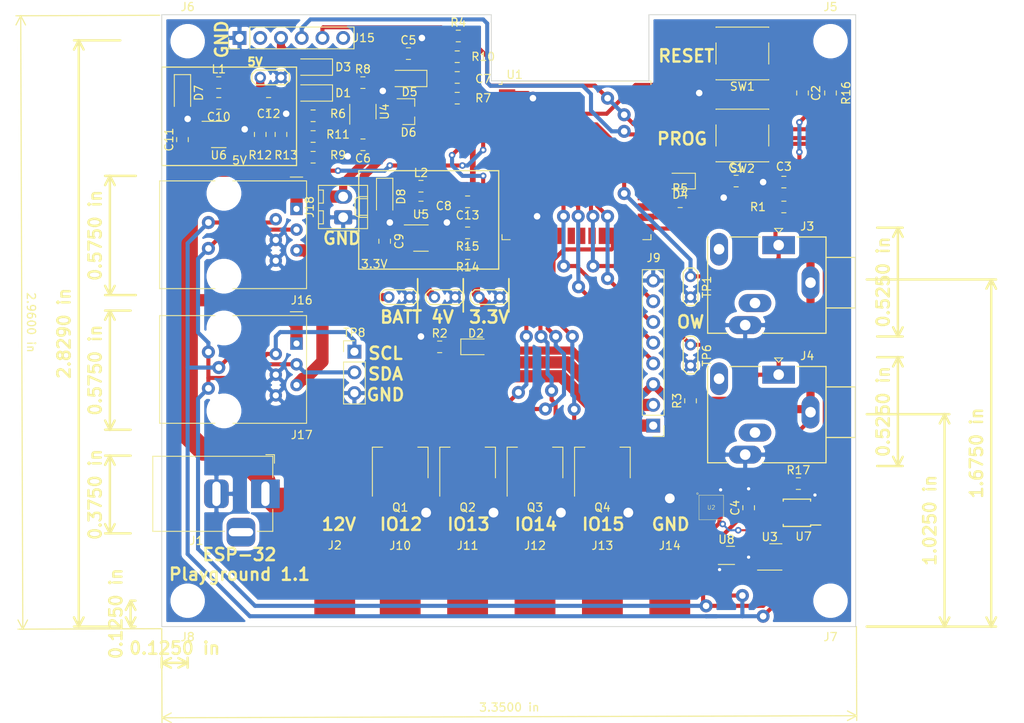
<source format=kicad_pcb>
(kicad_pcb (version 20171130) (host pcbnew "(5.1.0-0)")
  (layers (0 F.Cu signal) (31 B.Cu signal) (34 B.Paste user) (35 F.Paste user) (36 B.SilkS user) (37 F.SilkS user) (38 B.Mask user) (39 F.Mask user) (44 Edge.Cuts user))
  (net 0 "")
  (net 1 GND)
  (net 2 /MCP73831/VIN)
  (net 3 +3V3)
  (net 4 /RX)
  (net 5 /TX)
  (net 6 /DTR)
  (net 7 /CTS)
  (net 8 /VCC_FTDI)
  (net 9 +12V)
  (net 10 /RST)
  (net 11 /IO14)
  (net 12 /IO12)
  (net 13 /IO13)
  (net 14 /IO15)
  (net 15 "Net-(J8-Pad1)")
  (net 16 "Net-(J10-Pad1)")
  (net 17 "Net-(J11-Pad1)")
  (net 18 "Net-(J12-Pad1)")
  (net 19 +BATT)
  (net 20 "Net-(U1-Pad5)")
  (net 21 /ONE1)
  (net 22 /ONE2)
  (net 23 "Net-(U1-Pad17)")
  (net 24 "Net-(U1-Pad18)")
  (net 25 "Net-(U1-Pad19)")
  (net 26 "Net-(U1-Pad20)")
  (net 27 "Net-(U1-Pad22)")
  (net 28 "Net-(U1-Pad24)")
  (net 29 "Net-(U1-Pad27)")
  (net 30 "Net-(U1-Pad28)")
  (net 31 "Net-(U1-Pad29)")
  (net 32 "Net-(U1-Pad31)")
  (net 33 "Net-(U1-Pad32)")
  (net 34 "Net-(U1-Pad37)")
  (net 35 "Net-(U1-Pad21)")
  (net 36 "Net-(D2-Pad1)")
  (net 37 /IO0)
  (net 38 /EXT4)
  (net 39 /EXT3)
  (net 40 /EXT2)
  (net 41 /EXT1)
  (net 42 "Net-(D4-Pad2)")
  (net 43 "Net-(D4-Pad1)")
  (net 44 "Net-(J3-PadRN)")
  (net 45 "Net-(J3-PadTN)")
  (net 46 "Net-(J4-PadRN)")
  (net 47 "Net-(J4-PadTN)")
  (net 48 "Net-(J5-Pad1)")
  (net 49 "Net-(J6-Pad1)")
  (net 50 "Net-(J7-Pad1)")
  (net 51 "Net-(J13-Pad1)")
  (net 52 "Net-(R4-Pad2)")
  (net 53 "Net-(R8-Pad1)")
  (net 54 "Net-(R9-Pad1)")
  (net 55 "Net-(U3-Pad7)")
  (net 56 "Net-(U3-Pad3)")
  (net 57 "Net-(U3-Pad4)")
  (net 58 ADC)
  (net 59 CHARGING)
  (net 60 "Net-(C10-Pad2)")
  (net 61 "Net-(C10-Pad1)")
  (net 62 /ACT4088-50/5.0V)
  (net 63 "Net-(R12-Pad2)")
  (net 64 "Net-(U6-Pad3)")
  (net 65 "Net-(C8-Pad2)")
  (net 66 "Net-(C8-Pad1)")
  (net 67 /ACT4088-33/VIN)
  (net 68 "Net-(R14-Pad2)")
  (net 69 "Net-(U5-Pad3)")
  (net 70 ONE3)
  (net 71 "Net-(U7-Pad7)")
  (net 72 "Net-(U7-Pad6)")
  (net 73 "Net-(U7-Pad5)")
  (net 74 "Net-(U7-Pad3)")
  (net 75 "Net-(U7-Pad2)")
  (net 76 "Net-(U8-Pad5)")
  (net 77 "Net-(U8-Pad4)")
  (net 78 SDA)
  (net 79 SCL)
  (module OptoDevice:Broadcom_DFN-6_2x2mm_P0.65mm (layer F.Cu) (at 147.1675 128.27)
    (fp_text reference U8 (at 0 -1.95) (layer F.SilkS))
    (fp_text value TCS3400)
    (pad 6 smd roundrect (at 0.7875 -0.65) (size 1.175 0.3) (layers F.Cu F.Paste F.Mask) (net 78 SDA))
    (pad 5 smd roundrect (at 0.7875 0) (size 1.175 0.3) (layers F.Cu F.Paste F.Mask) (net 76 "Net-(U8-Pad5)"))
    (pad 4 smd roundrect (at 0.7875 0.65) (size 1.175 0.3) (layers F.Cu F.Paste F.Mask) (net 77 "Net-(U8-Pad4)"))
    (pad 3 smd roundrect (at -0.7875 0.65) (size 1.175 0.3) (layers F.Cu F.Paste F.Mask) (net 1 GND))
    (pad 2 smd roundrect (at -0.7875 0) (size 1.175 0.3) (layers F.Cu F.Paste F.Mask) (net 79 SCL))
    (pad 1 smd roundrect (at -0.7875 -0.65) (size 1.175 0.3) (layers F.Cu F.Paste F.Mask) (net 3 +3V3))
  )
  (module Package_SO:MSOP-8_3x3mm_P0.65mm (layer F.Cu) (at 155.8 123.05 180)
    (fp_text reference U7 (at -0.813 -2.901 180) (layer F.SilkS))
    (fp_text value DS18B20U)
    (pad 8 smd rect (at 2.2 -0.975 180) (size 1.45 0.45) (layers F.Cu F.Paste F.Mask) (net 3 +3V3))
    (pad 7 smd rect (at 2.2 -0.325 180) (size 1.45 0.45) (layers F.Cu F.Paste F.Mask) (net 71 "Net-(U7-Pad7)"))
    (pad 6 smd rect (at 2.2 0.325 180) (size 1.45 0.45) (layers F.Cu F.Paste F.Mask) (net 72 "Net-(U7-Pad6)"))
    (pad 5 smd rect (at 2.2 0.975 180) (size 1.45 0.45) (layers F.Cu F.Paste F.Mask) (net 73 "Net-(U7-Pad5)"))
    (pad 4 smd rect (at -2.2 0.975 180) (size 1.45 0.45) (layers F.Cu F.Paste F.Mask) (net 1 GND))
    (pad 3 smd rect (at -2.2 0.325 180) (size 1.45 0.45) (layers F.Cu F.Paste F.Mask) (net 74 "Net-(U7-Pad3)"))
    (pad 2 smd rect (at -2.2 -0.325 180) (size 1.45 0.45) (layers F.Cu F.Paste F.Mask) (net 75 "Net-(U7-Pad2)"))
    (pad 1 smd rect (at -2.2 -0.975 180) (size 1.45 0.45) (layers F.Cu F.Paste F.Mask) (net 70 ONE3))
  )
  (module Resistor_SMD:R_0805_2012Metric_Pad1.15x1.40mm_HandSolder (layer F.Cu) (at 155.978 119.474)
    (fp_text reference R17 (at 0 -1.65) (layer F.SilkS))
    (fp_text value 4.7k)
    (pad 2 smd roundrect (at 1.025 0) (size 1.15 1.4) (layers F.Cu F.Paste F.Mask) (roundrect_rratio 0.217391) (net 70 ONE3))
    (pad 1 smd roundrect (at -1.025 0) (size 1.15 1.4) (layers F.Cu F.Paste F.Mask) (roundrect_rratio 0.217391) (net 3 +3V3))
  )
  (module Resistor_SMD:R_0805_2012Metric_Pad1.15x1.40mm_HandSolder (layer F.Cu) (at 159.915 71.595 90)
    (fp_text reference R16 (at 0 1.905 90) (layer F.SilkS))
    (fp_text value 10k)
    (pad 2 smd roundrect (at 1.025 0 90) (size 1.15 1.4) (layers F.Cu F.Paste F.Mask) (roundrect_rratio 0.217391) (net 10 /RST))
    (pad 1 smd roundrect (at -1.025 0 90) (size 1.15 1.4) (layers F.Cu F.Paste F.Mask) (roundrect_rratio 0.217391) (net 3 +3V3))
  )
  (module Diode_SMD:D_SOD-123 (layer F.Cu) (at 96.669 71.595 180)
    (fp_text reference D1 (at -3.556 0 180) (layer F.SilkS))
    (fp_text value D_Schottky)
    (pad 2 smd rect (at 1.65 0 180) (size 0.9 1.2) (layers F.Cu F.Paste F.Mask) (net 62 /ACT4088-50/5.0V))
    (pad 1 smd rect (at -1.65 0 180) (size 0.9 1.2) (layers F.Cu F.Paste F.Mask) (net 2 /MCP73831/VIN))
  )
  (module Diode_SMD:D_SOD-123 (layer F.Cu) (at 105.305 84.295 270)
    (fp_text reference D8 (at 0 -2 270) (layer F.SilkS))
    (fp_text value B240A)
    (pad 2 smd rect (at 1.65 0 270) (size 0.9 1.2) (layers F.Cu F.Paste F.Mask) (net 1 GND))
    (pad 1 smd rect (at -1.65 0 270) (size 0.9 1.2) (layers F.Cu F.Paste F.Mask) (net 65 "Net-(C8-Pad2)"))
  )
  (module Diode_SMD:D_SOD-123 (layer F.Cu) (at 80.54 71.595 270)
    (fp_text reference D7 (at 0 -2 270) (layer F.SilkS))
    (fp_text value B240A)
    (pad 2 smd rect (at 1.65 0 270) (size 0.9 1.2) (layers F.Cu F.Paste F.Mask) (net 1 GND))
    (pad 1 smd rect (at -1.65 0 270) (size 0.9 1.2) (layers F.Cu F.Paste F.Mask) (net 60 "Net-(C10-Pad2)"))
  )
  (module Package_TO_SOT_SMD:SOT-23-6_Handsoldering (layer F.Cu) (at 109.75 89.375)
    (fp_text reference U5 (at 0 -2.9) (layer F.SilkS))
    (fp_text value ACT4088)
    (pad 5 smd rect (at 1.35 0) (size 1.56 0.65) (layers F.Cu F.Paste F.Mask) (net 1 GND))
    (pad 6 smd rect (at 1.35 -0.95) (size 1.56 0.65) (layers F.Cu F.Paste F.Mask) (net 66 "Net-(C8-Pad1)"))
    (pad 4 smd rect (at 1.35 0.95) (size 1.56 0.65) (layers F.Cu F.Paste F.Mask) (net 68 "Net-(R14-Pad2)"))
    (pad 3 smd rect (at -1.35 0.95) (size 1.56 0.65) (layers F.Cu F.Paste F.Mask) (net 69 "Net-(U5-Pad3)"))
    (pad 2 smd rect (at -1.35 0) (size 1.56 0.65) (layers F.Cu F.Paste F.Mask) (net 67 /ACT4088-33/VIN))
    (pad 1 smd rect (at -1.35 -0.95) (size 1.56 0.65) (layers F.Cu F.Paste F.Mask) (net 65 "Net-(C8-Pad2)"))
  )
  (module Resistor_SMD:R_0805_2012Metric_Pad1.15x1.40mm_HandSolder (layer F.Cu) (at 115.465 88.74 180)
    (fp_text reference R15 (at 0 -1.65 180) (layer F.SilkS))
    (fp_text value 16.23k)
    (pad 2 smd roundrect (at 1.025 0 180) (size 1.15 1.4) (layers F.Cu F.Paste F.Mask) (roundrect_rratio 0.217391) (net 68 "Net-(R14-Pad2)"))
    (pad 1 smd roundrect (at -1.025 0 180) (size 1.15 1.4) (layers F.Cu F.Paste F.Mask) (roundrect_rratio 0.217391) (net 1 GND))
  )
  (module Resistor_SMD:R_0805_2012Metric_Pad1.15x1.40mm_HandSolder (layer F.Cu) (at 115.465 91.28 180)
    (fp_text reference R14 (at 0 -1.65 180) (layer F.SilkS))
    (fp_text value 49.9k)
    (pad 2 smd roundrect (at 1.025 0 180) (size 1.15 1.4) (layers F.Cu F.Paste F.Mask) (roundrect_rratio 0.217391) (net 68 "Net-(R14-Pad2)"))
    (pad 1 smd roundrect (at -1.025 0 180) (size 1.15 1.4) (layers F.Cu F.Paste F.Mask) (roundrect_rratio 0.217391) (net 3 +3V3))
  )
  (module Inductor_SMD:L_0805_2012Metric_Pad1.15x1.40mm_HandSolder (layer F.Cu) (at 109.75 83.025)
    (fp_text reference L2 (at 0 -1.65) (layer F.SilkS))
    (fp_text value 4.7µH)
    (pad 2 smd roundrect (at 1.025 0) (size 1.15 1.4) (layers F.Cu F.Paste F.Mask) (roundrect_rratio 0.217391) (net 3 +3V3))
    (pad 1 smd roundrect (at -1.025 0) (size 1.15 1.4) (layers F.Cu F.Paste F.Mask) (roundrect_rratio 0.217391) (net 65 "Net-(C8-Pad2)"))
  )
  (module Capacitor_SMD:C_0805_2012Metric_Pad1.15x1.40mm_HandSolder (layer F.Cu) (at 115.465 84.93 180)
    (fp_text reference C13 (at 0 -1.65 180) (layer F.SilkS))
    (fp_text value 22µF)
    (pad 2 smd roundrect (at 1.025 0 180) (size 1.15 1.4) (layers F.Cu F.Paste F.Mask) (roundrect_rratio 0.217391) (net 1 GND))
    (pad 1 smd roundrect (at -1.025 0 180) (size 1.15 1.4) (layers F.Cu F.Paste F.Mask) (roundrect_rratio 0.217391) (net 3 +3V3))
  )
  (module Resistor_SMD:R_0805_2012Metric_Pad1.15x1.40mm_HandSolder (layer F.Cu) (at 90.065 76.675 270)
    (fp_text reference R12 (at 2.54 0) (layer F.SilkS))
    (fp_text value 49.9k)
    (pad 2 smd roundrect (at 1.025 0 270) (size 1.15 1.4) (layers F.Cu F.Paste F.Mask) (roundrect_rratio 0.217391) (net 63 "Net-(R12-Pad2)"))
    (pad 1 smd roundrect (at -1.025 0 270) (size 1.15 1.4) (layers F.Cu F.Paste F.Mask) (roundrect_rratio 0.217391) (net 62 /ACT4088-50/5.0V))
  )
  (module Inductor_SMD:L_0805_2012Metric_Pad1.15x1.40mm_HandSolder (layer F.Cu) (at 84.985 70.325)
    (fp_text reference L1 (at 0 -1.65) (layer F.SilkS))
    (fp_text value 4.7µH)
    (pad 2 smd roundrect (at 1.025 0) (size 1.15 1.4) (layers F.Cu F.Paste F.Mask) (roundrect_rratio 0.217391) (net 62 /ACT4088-50/5.0V))
    (pad 1 smd roundrect (at -1.025 0) (size 1.15 1.4) (layers F.Cu F.Paste F.Mask) (roundrect_rratio 0.217391) (net 60 "Net-(C10-Pad2)"))
  )
  (module Capacitor_SMD:C_0805_2012Metric_Pad1.15x1.40mm_HandSolder (layer F.Cu) (at 80.54 77.31 90)
    (fp_text reference C11 (at 0 -1.65 90) (layer F.SilkS))
    (fp_text value 10µF)
    (pad 2 smd roundrect (at 1.025 0 90) (size 1.15 1.4) (layers F.Cu F.Paste F.Mask) (roundrect_rratio 0.217391) (net 1 GND))
    (pad 1 smd roundrect (at -1.025 0 90) (size 1.15 1.4) (layers F.Cu F.Paste F.Mask) (roundrect_rratio 0.217391) (net 9 +12V))
  )
  (module Capacitor_SMD:C_0805_2012Metric_Pad1.15x1.40mm_HandSolder (layer F.Cu) (at 84.985 72.865 180)
    (fp_text reference C10 (at 0 -1.65 180) (layer F.SilkS))
    (fp_text value 22nF)
    (pad 2 smd roundrect (at 1.025 0 180) (size 1.15 1.4) (layers F.Cu F.Paste F.Mask) (roundrect_rratio 0.217391) (net 60 "Net-(C10-Pad2)"))
    (pad 1 smd roundrect (at -1.025 0 180) (size 1.15 1.4) (layers F.Cu F.Paste F.Mask) (roundrect_rratio 0.217391) (net 61 "Net-(C10-Pad1)"))
  )
  (module Capacitor_SMD:C_0805_2012Metric_Pad1.15x1.40mm_HandSolder (layer F.Cu) (at 109.75 85.565 180)
    (fp_text reference C8 (at -2.794 0.127 180) (layer F.SilkS))
    (fp_text value 22nF)
    (pad 2 smd roundrect (at 1.025 0 180) (size 1.15 1.4) (layers F.Cu F.Paste F.Mask) (roundrect_rratio 0.217391) (net 65 "Net-(C8-Pad2)"))
    (pad 1 smd roundrect (at -1.025 0 180) (size 1.15 1.4) (layers F.Cu F.Paste F.Mask) (roundrect_rratio 0.217391) (net 66 "Net-(C8-Pad1)"))
  )
  (module Capacitor_SMD:C_0805_2012Metric_Pad1.15x1.40mm_HandSolder (layer F.Cu) (at 105.305 89.765 90)
    (fp_text reference C9 (at 0 1.778 90) (layer F.SilkS))
    (fp_text value 10µF)
    (pad 2 smd roundrect (at 1.025 0 90) (size 1.15 1.4) (layers F.Cu F.Paste F.Mask) (roundrect_rratio 0.217391) (net 1 GND))
    (pad 1 smd roundrect (at -1.025 0 90) (size 1.15 1.4) (layers F.Cu F.Paste F.Mask) (roundrect_rratio 0.217391) (net 67 /ACT4088-33/VIN))
  )
  (module Package_TO_SOT_SMD:SOT-23-6_Handsoldering (layer F.Cu) (at 84.985 76.675)
    (fp_text reference U6 (at 0 2.54) (layer F.SilkS))
    (fp_text value ACT4088)
    (pad 5 smd rect (at 1.35 0) (size 1.56 0.65) (layers F.Cu F.Paste F.Mask) (net 1 GND))
    (pad 6 smd rect (at 1.35 -0.95) (size 1.56 0.65) (layers F.Cu F.Paste F.Mask) (net 61 "Net-(C10-Pad1)"))
    (pad 4 smd rect (at 1.35 0.95) (size 1.56 0.65) (layers F.Cu F.Paste F.Mask) (net 63 "Net-(R12-Pad2)"))
    (pad 3 smd rect (at -1.35 0.95) (size 1.56 0.65) (layers F.Cu F.Paste F.Mask) (net 64 "Net-(U6-Pad3)"))
    (pad 2 smd rect (at -1.35 0) (size 1.56 0.65) (layers F.Cu F.Paste F.Mask) (net 9 +12V))
    (pad 1 smd rect (at -1.35 -0.95) (size 1.56 0.65) (layers F.Cu F.Paste F.Mask) (net 60 "Net-(C10-Pad2)"))
  )
  (module Resistor_SMD:R_0805_2012Metric_Pad1.15x1.40mm_HandSolder (layer F.Cu) (at 92.605 76.675 270)
    (fp_text reference R13 (at 2.54 -0.635) (layer F.SilkS))
    (fp_text value 9.64k)
    (pad 2 smd roundrect (at 1.025 0 270) (size 1.15 1.4) (layers F.Cu F.Paste F.Mask) (roundrect_rratio 0.217391) (net 63 "Net-(R12-Pad2)"))
    (pad 1 smd roundrect (at -1.025 0 270) (size 1.15 1.4) (layers F.Cu F.Paste F.Mask) (roundrect_rratio 0.217391) (net 1 GND))
  )
  (module Package_TO_SOT_SMD:SOT-23 (layer F.Cu) (at 108.226 73.881)
    (fp_text reference D6 (at 0 2.54) (layer F.SilkS))
    (fp_text value DMP1045U)
    (pad 3 smd rect (at 1 0) (size 0.9 0.8) (layers F.Cu F.Paste F.Mask) (net 67 /ACT4088-33/VIN))
    (pad 2 smd rect (at -1 0.95) (size 0.9 0.8) (layers F.Cu F.Paste F.Mask) (net 19 +BATT))
    (pad 1 smd rect (at -1 -0.95) (size 0.9 0.8) (layers F.Cu F.Paste F.Mask) (net 2 /MCP73831/VIN))
  )
  (module Capacitor_SMD:C_0805_2012Metric_Pad1.15x1.40mm_HandSolder (layer F.Cu) (at 91.09 72.865)
    (fp_text reference C12 (at 0 1.27) (layer F.SilkS))
    (fp_text value 22µF)
    (pad 2 smd roundrect (at 1.025 0) (size 1.15 1.4) (layers F.Cu F.Paste F.Mask) (roundrect_rratio 0.217391) (net 1 GND))
    (pad 1 smd roundrect (at -1.025 0) (size 1.15 1.4) (layers F.Cu F.Paste F.Mask) (roundrect_rratio 0.217391) (net 62 /ACT4088-50/5.0V))
  )
  (module TestPoint:TestPoint_2Pads_Pitch2.54mm_Drill0.8mm (layer F.Cu) (at 142.77 102.456 270)
    (fp_text reference TP6 (at 1.3 -2 270) (layer F.SilkS))
    (fp_text value OneWire)
    (pad 2 thru_hole circle (at 2.54 0 270) (size 1.4 1.4) (drill 0.8) (layers *.Cu *.Mask) (net 1 GND))
    (pad 1 thru_hole circle (at 0 0 270) (size 1.4 1.4) (drill 0.8) (layers *.Cu *.Mask) (net 22 /ONE2))
  )
  (module Resistor_SMD:R_0805_2012Metric_Pad1.15x1.40mm_HandSolder (layer F.Cu) (at 142.77 109.323 90)
    (fp_text reference R3 (at 0 -1.65 90) (layer F.SilkS))
    (fp_text value 4.7k)
    (pad 2 smd roundrect (at 1.025 0 90) (size 1.15 1.4) (layers F.Cu F.Paste F.Mask) (roundrect_rratio 0.217391) (net 22 /ONE2))
    (pad 1 smd roundrect (at -1.025 0 90) (size 1.15 1.4) (layers F.Cu F.Paste F.Mask) (roundrect_rratio 0.217391) (net 3 +3V3))
  )
  (module Resistor_SMD:R_0805_2012Metric_Pad1.15x1.40mm_HandSolder (layer F.Cu) (at 141.5 84.93)
    (fp_text reference R5 (at 0 -1.65) (layer F.SilkS))
    (fp_text value 10k)
    (pad 2 smd roundrect (at 1.025 0) (size 1.15 1.4) (layers F.Cu F.Paste F.Mask) (roundrect_rratio 0.217391) (net 43 "Net-(D4-Pad1)"))
    (pad 1 smd roundrect (at -1.025 0) (size 1.15 1.4) (layers F.Cu F.Paste F.Mask) (roundrect_rratio 0.217391) (net 1 GND))
  )
  (module Resistor_SMD:R_0805_2012Metric_Pad1.15x1.40mm_HandSolder (layer F.Cu) (at 112.045 102.71)
    (fp_text reference R2 (at 0 -1.65) (layer F.SilkS))
    (fp_text value 10k)
    (pad 2 smd roundrect (at 1.025 0) (size 1.15 1.4) (layers F.Cu F.Paste F.Mask) (roundrect_rratio 0.217391) (net 36 "Net-(D2-Pad1)"))
    (pad 1 smd roundrect (at -1.025 0) (size 1.15 1.4) (layers F.Cu F.Paste F.Mask) (roundrect_rratio 0.217391) (net 1 GND))
  )
  (module LED_SMD:LED_0805_2012Metric_Pad1.15x1.40mm_HandSolder (layer F.Cu) (at 141.5 82.39 180)
    (fp_text reference D4 (at 0 -1.65 180) (layer F.SilkS))
    (fp_text value LED)
    (pad 2 smd roundrect (at 1.025 0 180) (size 1.15 1.4) (layers F.Cu F.Paste F.Mask) (roundrect_rratio 0.217391) (net 42 "Net-(D4-Pad2)"))
    (pad 1 smd roundrect (at -1.025 0 180) (size 1.15 1.4) (layers F.Cu F.Paste F.Mask) (roundrect_rratio 0.217391) (net 43 "Net-(D4-Pad1)"))
  )
  (module LED_SMD:LED_0805_2012Metric_Pad1.15x1.40mm_HandSolder (layer F.Cu) (at 116.49 102.71)
    (fp_text reference D2 (at 0 -1.65) (layer F.SilkS))
    (fp_text value LED)
    (pad 2 smd roundrect (at 1.025 0) (size 1.15 1.4) (layers F.Cu F.Paste F.Mask) (roundrect_rratio 0.217391) (net 3 +3V3))
    (pad 1 smd roundrect (at -1.025 0) (size 1.15 1.4) (layers F.Cu F.Paste F.Mask) (roundrect_rratio 0.217391) (net 36 "Net-(D2-Pad1)"))
  )
  (module Resistor_SMD:R_0805_2012Metric_Pad1.15x1.40mm_HandSolder (layer F.Cu) (at 114.322 64.61)
    (fp_text reference R4 (at 0 -1.65) (layer F.SilkS))
    (fp_text value 499)
    (pad 2 smd roundrect (at 1.025 0) (size 1.15 1.4) (layers F.Cu F.Paste F.Mask) (roundrect_rratio 0.217391) (net 52 "Net-(R4-Pad2)"))
    (pad 1 smd roundrect (at -1.025 0) (size 1.15 1.4) (layers F.Cu F.Paste F.Mask) (roundrect_rratio 0.217391) (net 5 /TX))
  )
  (module Capacitor_SMD:C_0805_2012Metric_Pad1.15x1.40mm_HandSolder (layer F.Cu) (at 148.358 82.39)
    (fp_text reference C1 (at 0 -1.65) (layer F.SilkS))
    (fp_text value 100nF)
    (pad 2 smd roundrect (at 1.025 0) (size 1.15 1.4) (layers F.Cu F.Paste F.Mask) (roundrect_rratio 0.217391) (net 37 /IO0))
    (pad 1 smd roundrect (at -1.025 0) (size 1.15 1.4) (layers F.Cu F.Paste F.Mask) (roundrect_rratio 0.217391) (net 1 GND))
  )
  (module Capacitor_SMD:C_0805_2012Metric_Pad1.15x1.40mm_HandSolder (layer F.Cu) (at 156.486 71.595 270)
    (fp_text reference C2 (at 0 -1.65 270) (layer F.SilkS))
    (fp_text value 10uF)
    (pad 2 smd roundrect (at 1.025 0 270) (size 1.15 1.4) (layers F.Cu F.Paste F.Mask) (roundrect_rratio 0.217391) (net 1 GND))
    (pad 1 smd roundrect (at -1.025 0 270) (size 1.15 1.4) (layers F.Cu F.Paste F.Mask) (roundrect_rratio 0.217391) (net 10 /RST))
  )
  (module Button_Switch_SMD:SW_SPST_PTS645 (layer F.Cu) (at 149.12 66.75 180)
    (fp_text reference SW1 (at 0 -4.05 180) (layer F.SilkS))
    (fp_text value RESET)
    (pad 2 smd rect (at 3.98 2.25 180) (size 1.55 1.3) (layers F.Cu F.Paste F.Mask) (net 10 /RST))
    (pad 1 smd rect (at 3.98 -2.25 180) (size 1.55 1.3) (layers F.Cu F.Paste F.Mask) (net 1 GND))
    (pad 1 smd rect (at -3.98 -2.25 180) (size 1.55 1.3) (layers F.Cu F.Paste F.Mask) (net 1 GND))
    (pad 2 smd rect (at -3.98 2.25 180) (size 1.55 1.3) (layers F.Cu F.Paste F.Mask) (net 10 /RST))
  )
  (module Button_Switch_SMD:SW_SPST_PTS645 (layer F.Cu) (at 149.12 76.802 180)
    (fp_text reference SW2 (at 0 -4.05 180) (layer F.SilkS))
    (fp_text value PROG)
    (pad 2 smd rect (at -3.98 2.25 180) (size 1.55 1.3) (layers F.Cu F.Paste F.Mask) (net 1 GND))
    (pad 1 smd rect (at -3.98 -2.25 180) (size 1.55 1.3) (layers F.Cu F.Paste F.Mask) (net 37 /IO0))
    (pad 1 smd rect (at 3.98 -2.25 180) (size 1.55 1.3) (layers F.Cu F.Paste F.Mask) (net 37 /IO0))
    (pad 2 smd rect (at 3.98 2.25 180) (size 1.55 1.3) (layers F.Cu F.Paste F.Mask) (net 1 GND))
  )
  (module MountingHole:MountingHole_3.2mm_M3 (layer F.Cu) (at 81.175 65.245)
    (fp_text reference J6 (at 0 -4.2) (layer F.SilkS))
    (fp_text value hole)
    (pad 1 np_thru_hole circle (at 0 0) (size 3.2 3.2) (drill 3.2) (layers *.Cu *.Mask) (net 49 "Net-(J6-Pad1)"))
  )
  (module MountingHole:MountingHole_3.2mm_M3 (layer F.Cu) (at 81.175 133.825)
    (fp_text reference J8 (at 0 4.445) (layer F.SilkS))
    (fp_text value hole)
    (pad 1 np_thru_hole circle (at 0 0) (size 3.2 3.2) (drill 3.2) (layers *.Cu *.Mask) (net 15 "Net-(J8-Pad1)"))
  )
  (module MountingHole:MountingHole_3.2mm_M3 (layer F.Cu) (at 159.915 133.825)
    (fp_text reference J7 (at 0 4.445) (layer F.SilkS))
    (fp_text value hole)
    (pad 1 np_thru_hole circle (at 0 0) (size 3.2 3.2) (drill 3.2) (layers *.Cu *.Mask) (net 50 "Net-(J7-Pad1)"))
  )
  (module MountingHole:MountingHole_3.2mm_M3 (layer F.Cu) (at 159.915 65.245)
    (fp_text reference J5 (at 0 -4.2) (layer F.SilkS))
    (fp_text value hole)
    (pad 1 np_thru_hole circle (at 0 0) (size 3.2 3.2) (drill 3.2) (layers *.Cu *.Mask) (net 48 "Net-(J5-Pad1)"))
  )
  (module Capacitor_SMD:C_0805_2012Metric_Pad1.15x1.40mm_HandSolder (layer F.Cu) (at 149.89 122.43 90)
    (fp_text reference C4 (at 0 -1.65 90) (layer F.SilkS))
    (fp_text value 10uF)
    (pad 2 smd roundrect (at 1.025 0 90) (size 1.15 1.4) (layers F.Cu F.Paste F.Mask) (roundrect_rratio 0.217391) (net 1 GND))
    (pad 1 smd roundrect (at -1.025 0 90) (size 1.15 1.4) (layers F.Cu F.Paste F.Mask) (roundrect_rratio 0.217391) (net 3 +3V3))
  )
  (module Capacitor_SMD:C_0805_2012Metric_Pad1.15x1.40mm_HandSolder (layer F.Cu) (at 154.2 82.517 180)
    (fp_text reference C3 (at 0 1.905 180) (layer F.SilkS))
    (fp_text value 10uF)
    (pad 2 smd roundrect (at 1.025 0 180) (size 1.15 1.4) (layers F.Cu F.Paste F.Mask) (roundrect_rratio 0.217391) (net 1 GND))
    (pad 1 smd roundrect (at -1.025 0 180) (size 1.15 1.4) (layers F.Cu F.Paste F.Mask) (roundrect_rratio 0.217391) (net 3 +3V3))
  )
  (module Connector_PinHeader_2.54mm:PinHeader_1x03_P2.54mm_Vertical (layer F.Cu) (at 101.6 103.3)
    (fp_text reference TP8 (at 0 -2.33) (layer F.SilkS))
    (fp_text value Test_i2C)
    (pad 3 thru_hole oval (at 0 5.08) (size 1.7 1.7) (drill 1) (layers *.Cu *.Mask) (net 1 GND))
    (pad 2 thru_hole oval (at 0 2.54) (size 1.7 1.7) (drill 1) (layers *.Cu *.Mask) (net 78 SDA))
    (pad 1 thru_hole rect (at 0 0) (size 1.7 1.7) (drill 1) (layers *.Cu *.Mask) (net 79 SCL))
  )
  (module Connector_Wire:SolderWirePad_1x01_SMD_5x10mm (layer F.Cu) (at 99.190001 130.845001)
    (fp_text reference J2 (at 0 -3.81) (layer F.SilkS))
    (fp_text value +12V)
    (pad 1 smd rect (at 0 0) (size 5 10) (layers F.Cu F.Paste F.Mask) (net 9 +12V))
  )
  (module TestPoint:TestPoint_2Pads_Pitch2.54mm_Drill0.8mm (layer F.Cu) (at 111.401 96.614)
    (fp_text reference TP3 hide)
    (fp_text value V_OUT)
    (pad 2 thru_hole circle (at 2.54 0) (size 1.4 1.4) (drill 0.8) (layers *.Cu *.Mask) (net 1 GND))
    (pad 1 thru_hole circle (at 0 0) (size 1.4 1.4) (drill 0.8) (layers *.Cu *.Mask) (net 67 /ACT4088-33/VIN))
  )
  (module TestPoint:TestPoint_2Pads_Pitch2.54mm_Drill0.8mm (layer F.Cu) (at 116.862 96.614)
    (fp_text reference TP4 hide)
    (fp_text value 3.3V)
    (pad 2 thru_hole circle (at 2.54 0) (size 1.4 1.4) (drill 0.8) (layers *.Cu *.Mask) (net 1 GND))
    (pad 1 thru_hole circle (at 0 0) (size 1.4 1.4) (drill 0.8) (layers *.Cu *.Mask) (net 3 +3V3))
  )
  (module Connector_PinHeader_2.54mm:PinHeader_1x08_P2.54mm_Vertical (layer F.Cu) (at 138.198 112.362 180)
    (fp_text reference J9 (at -0.052 20.552) (layer F.SilkS))
    (fp_text value IO_RGBW)
    (pad 8 thru_hole oval (at 0 17.78 180) (size 1.7 1.7) (drill 1) (layers *.Cu *.Mask) (net 1 GND))
    (pad 7 thru_hole oval (at 0 15.24 180) (size 1.7 1.7) (drill 1) (layers *.Cu *.Mask) (net 38 /EXT4))
    (pad 6 thru_hole oval (at 0 12.7 180) (size 1.7 1.7) (drill 1) (layers *.Cu *.Mask) (net 39 /EXT3))
    (pad 5 thru_hole oval (at 0 10.16 180) (size 1.7 1.7) (drill 1) (layers *.Cu *.Mask) (net 40 /EXT2))
    (pad 4 thru_hole oval (at 0 7.62 180) (size 1.7 1.7) (drill 1) (layers *.Cu *.Mask) (net 41 /EXT1))
    (pad 3 thru_hole oval (at 0 5.08 180) (size 1.7 1.7) (drill 1) (layers *.Cu *.Mask) (net 3 +3V3))
    (pad 2 thru_hole oval (at 0 2.54 180) (size 1.7 1.7) (drill 1) (layers *.Cu *.Mask) (net 19 +BATT))
    (pad 1 thru_hole rect (at 0 0 180) (size 1.7 1.7) (drill 1) (layers *.Cu *.Mask) (net 9 +12V))
  )
  (module TestPoint:TestPoint_2Pads_Pitch2.54mm_Drill0.8mm (layer F.Cu) (at 142.77 94.074 270)
    (fp_text reference TP1 (at 1.3 -2 270) (layer F.SilkS))
    (fp_text value OneWire)
    (pad 2 thru_hole circle (at 2.54 0 270) (size 1.4 1.4) (drill 0.8) (layers *.Cu *.Mask) (net 1 GND))
    (pad 1 thru_hole circle (at 0 0 270) (size 1.4 1.4) (drill 0.8) (layers *.Cu *.Mask) (net 21 /ONE1))
  )
  (module TestPoint:TestPoint_2Pads_Pitch2.54mm_Drill0.8mm (layer F.Cu) (at 105.813 96.614)
    (fp_text reference TP5 hide)
    (fp_text value V_BAT)
    (pad 2 thru_hole circle (at 2.54 0) (size 1.4 1.4) (drill 0.8) (layers *.Cu *.Mask) (net 1 GND))
    (pad 1 thru_hole circle (at 0 0) (size 1.4 1.4) (drill 0.8) (layers *.Cu *.Mask) (net 19 +BATT))
  )
  (module Capacitor_SMD:C_0805_2012Metric_Pad1.15x1.40mm_HandSolder (layer F.Cu) (at 108.217 66.769)
    (fp_text reference C5 (at 0 -1.65) (layer F.SilkS))
    (fp_text value 10uF)
    (pad 2 smd roundrect (at 1.025 0) (size 1.15 1.4) (layers F.Cu F.Paste F.Mask) (roundrect_rratio 0.217391) (net 1 GND))
    (pad 1 smd roundrect (at -1.025 0) (size 1.15 1.4) (layers F.Cu F.Paste F.Mask) (roundrect_rratio 0.217391) (net 2 /MCP73831/VIN))
  )
  (module Connector_Wire:SolderWirePad_1x01_SMD_5x10mm (layer F.Cu) (at 140.23 130.885)
    (fp_text reference J14 (at 0 -3.81) (layer F.SilkS))
    (fp_text value Pad)
    (pad 1 smd rect (at 0 0) (size 5 10) (layers F.Cu F.Paste F.Mask) (net 1 GND))
  )
  (module Connector_Wire:SolderWirePad_1x01_SMD_5x10mm (layer F.Cu) (at 115.465 130.885)
    (fp_text reference J11 (at 0 -3.81) (layer F.SilkS))
    (fp_text value Green)
    (pad 1 smd rect (at 0 0) (size 5 10) (layers F.Cu F.Paste F.Mask) (net 17 "Net-(J11-Pad1)"))
  )
  (module Connector_Wire:SolderWirePad_1x01_SMD_5x10mm (layer F.Cu) (at 123.72 130.885)
    (fp_text reference J12 (at 0 -3.81) (layer F.SilkS))
    (fp_text value Blue)
    (pad 1 smd rect (at 0 0) (size 5 10) (layers F.Cu F.Paste F.Mask) (net 18 "Net-(J12-Pad1)"))
  )
  (module Connector_Wire:SolderWirePad_1x01_SMD_5x10mm (layer F.Cu) (at 131.975 130.885)
    (fp_text reference J13 (at 0 -3.81) (layer F.SilkS))
    (fp_text value White)
    (pad 1 smd rect (at 0 0) (size 5 10) (layers F.Cu F.Paste F.Mask) (net 51 "Net-(J13-Pad1)"))
  )
  (module Connector_Wire:SolderWirePad_1x01_SMD_5x10mm (layer F.Cu) (at 107.21 130.885)
    (fp_text reference J10 (at 0 -3.81) (layer F.SilkS))
    (fp_text value Red)
    (pad 1 smd rect (at 0 0) (size 5 10) (layers F.Cu F.Paste F.Mask) (net 16 "Net-(J10-Pad1)"))
  )
  (module Package_TO_SOT_SMD:SOT-223 (layer F.Cu) (at 115.465 116.915 90)
    (fp_text reference Q2 (at -5.48 0 180) (layer F.SilkS))
    (fp_text value BSP75)
    (pad 4 smd rect (at 3.15 0 90) (size 2 3.8) (layers F.Cu F.Paste F.Mask))
    (pad 2 smd rect (at -3.15 0 90) (size 2 1.5) (layers F.Cu F.Paste F.Mask) (net 17 "Net-(J11-Pad1)"))
    (pad 3 smd rect (at -3.15 2.3 90) (size 2 1.5) (layers F.Cu F.Paste F.Mask) (net 1 GND))
    (pad 1 smd rect (at -3.15 -2.3 90) (size 2 1.5) (layers F.Cu F.Paste F.Mask) (net 13 /IO13))
  )
  (module Package_TO_SOT_SMD:SOT-223 (layer F.Cu) (at 123.72 116.915 90)
    (fp_text reference Q3 (at -5.48 0 180) (layer F.SilkS))
    (fp_text value BSP75)
    (pad 4 smd rect (at 3.15 0 90) (size 2 3.8) (layers F.Cu F.Paste F.Mask))
    (pad 2 smd rect (at -3.15 0 90) (size 2 1.5) (layers F.Cu F.Paste F.Mask) (net 18 "Net-(J12-Pad1)"))
    (pad 3 smd rect (at -3.15 2.3 90) (size 2 1.5) (layers F.Cu F.Paste F.Mask) (net 1 GND))
    (pad 1 smd rect (at -3.15 -2.3 90) (size 2 1.5) (layers F.Cu F.Paste F.Mask) (net 11 /IO14))
  )
  (module Package_TO_SOT_SMD:SOT-223 (layer F.Cu) (at 131.975 116.915 90)
    (fp_text reference Q4 (at -5.48 0 180) (layer F.SilkS))
    (fp_text value BSP75)
    (pad 4 smd rect (at 3.15 0 90) (size 2 3.8) (layers F.Cu F.Paste F.Mask))
    (pad 2 smd rect (at -3.15 0 90) (size 2 1.5) (layers F.Cu F.Paste F.Mask) (net 51 "Net-(J13-Pad1)"))
    (pad 3 smd rect (at -3.15 2.3 90) (size 2 1.5) (layers F.Cu F.Paste F.Mask) (net 1 GND))
    (pad 1 smd rect (at -3.15 -2.3 90) (size 2 1.5) (layers F.Cu F.Paste F.Mask) (net 14 /IO15))
  )
  (module Package_TO_SOT_SMD:SOT-223 (layer F.Cu) (at 107.21 116.915 90)
    (fp_text reference Q1 (at -5.48 0 180) (layer F.SilkS))
    (fp_text value BSP75)
    (pad 4 smd rect (at 3.15 0 90) (size 2 3.8) (layers F.Cu F.Paste F.Mask))
    (pad 2 smd rect (at -3.15 0 90) (size 2 1.5) (layers F.Cu F.Paste F.Mask) (net 16 "Net-(J10-Pad1)"))
    (pad 3 smd rect (at -3.15 2.3 90) (size 2 1.5) (layers F.Cu F.Paste F.Mask) (net 1 GND))
    (pad 1 smd rect (at -3.15 -2.3 90) (size 2 1.5) (layers F.Cu F.Paste F.Mask) (net 12 /IO12))
  )
  (module Capacitor_SMD:C_0805_2012Metric_Pad1.15x1.40mm_HandSolder (layer F.Cu) (at 102.647 77.945 180)
    (fp_text reference C6 (at 0 -1.65 180) (layer F.SilkS))
    (fp_text value 10uF)
    (pad 2 smd roundrect (at 1.025 0 180) (size 1.15 1.4) (layers F.Cu F.Paste F.Mask) (roundrect_rratio 0.217391) (net 1 GND))
    (pad 1 smd roundrect (at -1.025 0 180) (size 1.15 1.4) (layers F.Cu F.Paste F.Mask) (roundrect_rratio 0.217391) (net 19 +BATT))
  )
  (module Capacitor_SMD:C_0805_2012Metric_Pad1.15x1.40mm_HandSolder (layer F.Cu) (at 114.195 69.69 180)
    (fp_text reference C7 (at -3.175 -0.175 180) (layer F.SilkS))
    (fp_text value 100nF)
    (pad 2 smd roundrect (at 1.025 0 180) (size 1.15 1.4) (layers F.Cu F.Paste F.Mask) (roundrect_rratio 0.217391) (net 1 GND))
    (pad 1 smd roundrect (at -1.025 0 180) (size 1.15 1.4) (layers F.Cu F.Paste F.Mask) (roundrect_rratio 0.217391) (net 58 ADC))
  )
  (module Diode_SMD:D_SOD-123 (layer F.Cu) (at 108.226 69.817 180)
    (fp_text reference D5 (at -0.127 -1.651 180) (layer F.SilkS))
    (fp_text value D_Schottky)
    (pad 2 smd rect (at 1.65 0 180) (size 0.9 1.2) (layers F.Cu F.Paste F.Mask) (net 2 /MCP73831/VIN))
    (pad 1 smd rect (at -1.65 0 180) (size 0.9 1.2) (layers F.Cu F.Paste F.Mask) (net 67 /ACT4088-33/VIN))
  )
  (module Connector_Molex:Molex_KK-254_AE-6410-02A_1x02_P2.54mm_Vertical (layer F.Cu) (at 100.225 86.835 90)
    (fp_text reference J18 (at 1.27 -4.12 90) (layer F.SilkS))
    (fp_text value BATT)
    (pad 2 thru_hole oval (at 2.54 0 90) (size 1.74 2.2) (drill 1.2) (layers *.Cu *.Mask) (net 19 +BATT))
    (pad 1 thru_hole roundrect (at 0 0 90) (size 1.74 2.2) (drill 1.2) (layers *.Cu *.Mask) (roundrect_rratio 0.143678) (net 1 GND))
  )
  (module Resistor_SMD:R_0805_2012Metric_Pad1.15x1.40mm_HandSolder (layer F.Cu) (at 96.542 74.389 180)
    (fp_text reference R6 (at -3.048 0.254 180) (layer F.SilkS))
    (fp_text value 100k)
    (pad 2 smd roundrect (at 1.025 0 180) (size 1.15 1.4) (layers F.Cu F.Paste F.Mask) (roundrect_rratio 0.217391) (net 1 GND))
    (pad 1 smd roundrect (at -1.025 0 180) (size 1.15 1.4) (layers F.Cu F.Paste F.Mask) (roundrect_rratio 0.217391) (net 2 /MCP73831/VIN))
  )
  (module Resistor_SMD:R_0805_2012Metric_Pad1.15x1.40mm_HandSolder (layer F.Cu) (at 102.638 70.325)
    (fp_text reference R8 (at 0 -1.65) (layer F.SilkS))
    (fp_text value 10k)
    (pad 2 smd roundrect (at 1.025 0) (size 1.15 1.4) (layers F.Cu F.Paste F.Mask) (roundrect_rratio 0.217391) (net 1 GND))
    (pad 1 smd roundrect (at -1.025 0) (size 1.15 1.4) (layers F.Cu F.Paste F.Mask) (roundrect_rratio 0.217391) (net 53 "Net-(R8-Pad1)"))
  )
  (module Resistor_SMD:R_0805_2012Metric_Pad1.15x1.40mm_HandSolder (layer F.Cu) (at 96.542 79.469 180)
    (fp_text reference R9 (at -3.048 0.254 180) (layer F.SilkS))
    (fp_text value 10k)
    (pad 2 smd roundrect (at 1.025 0 180) (size 1.15 1.4) (layers F.Cu F.Paste F.Mask) (roundrect_rratio 0.217391) (net 59 CHARGING))
    (pad 1 smd roundrect (at -1.025 0 180) (size 1.15 1.4) (layers F.Cu F.Paste F.Mask) (roundrect_rratio 0.217391) (net 54 "Net-(R9-Pad1)"))
  )
  (module Resistor_SMD:R_0805_2012Metric_Pad1.15x1.40mm_HandSolder (layer F.Cu) (at 96.542 76.929)
    (fp_text reference R11 (at 3.048 -0.254) (layer F.SilkS))
    (fp_text value 10k)
    (pad 2 smd roundrect (at 1.025 0) (size 1.15 1.4) (layers F.Cu F.Paste F.Mask) (roundrect_rratio 0.217391) (net 2 /MCP73831/VIN))
    (pad 1 smd roundrect (at -1.025 0) (size 1.15 1.4) (layers F.Cu F.Paste F.Mask) (roundrect_rratio 0.217391) (net 59 CHARGING))
  )
  (module Resistor_SMD:R_0805_2012Metric_Pad1.15x1.40mm_HandSolder (layer F.Cu) (at 114.195 72.23)
    (fp_text reference R7 (at 3.175 0) (layer F.SilkS))
    (fp_text value 1M)
    (pad 2 smd roundrect (at 1.025 0) (size 1.15 1.4) (layers F.Cu F.Paste F.Mask) (roundrect_rratio 0.217391) (net 58 ADC))
    (pad 1 smd roundrect (at -1.025 0) (size 1.15 1.4) (layers F.Cu F.Paste F.Mask) (roundrect_rratio 0.217391) (net 19 +BATT))
  )
  (module Resistor_SMD:R_0805_2012Metric_Pad1.15x1.40mm_HandSolder (layer F.Cu) (at 114.195 67.15 180)
    (fp_text reference R10 (at -3.175 0 180) (layer F.SilkS))
    (fp_text value 270k)
    (pad 2 smd roundrect (at 1.025 0 180) (size 1.15 1.4) (layers F.Cu F.Paste F.Mask) (roundrect_rratio 0.217391) (net 1 GND))
    (pad 1 smd roundrect (at -1.025 0 180) (size 1.15 1.4) (layers F.Cu F.Paste F.Mask) (roundrect_rratio 0.217391) (net 58 ADC))
  )
  (module Package_TO_SOT_SMD:SOT-23-5 (layer F.Cu) (at 102.638 73.881 90)
    (fp_text reference U4 (at 0 2.667 90) (layer F.SilkS))
    (fp_text value MCP73831-2)
    (pad 5 smd rect (at 1.1 -0.95 90) (size 1.06 0.65) (layers F.Cu F.Paste F.Mask) (net 53 "Net-(R8-Pad1)"))
    (pad 4 smd rect (at 1.1 0.95 90) (size 1.06 0.65) (layers F.Cu F.Paste F.Mask) (net 2 /MCP73831/VIN))
    (pad 3 smd rect (at -1.1 0.95 90) (size 1.06 0.65) (layers F.Cu F.Paste F.Mask) (net 19 +BATT))
    (pad 2 smd rect (at -1.1 0 90) (size 1.06 0.65) (layers F.Cu F.Paste F.Mask) (net 1 GND))
    (pad 1 smd rect (at -1.1 -0.95 90) (size 1.06 0.65) (layers F.Cu F.Paste F.Mask) (net 54 "Net-(R9-Pad1)"))
  )
  (module Connector_BarrelJack:BarrelJack_Horizontal (layer F.Cu) (at 90.7 120.725)
    (fp_text reference J1 (at -8.45 5.75) (layer F.SilkS))
    (fp_text value "5 / 12V")
    (pad 1 thru_hole rect (at 0 0) (size 3.5 3.5) (drill oval 1 3) (layers *.Cu *.Mask) (net 9 +12V))
    (pad 2 thru_hole roundrect (at -6 0) (size 3 3.5) (drill oval 1 3) (layers *.Cu *.Mask) (net 1 GND))
    (pad 3 thru_hole roundrect (at -3 4.7) (size 3.5 3.5) (drill oval 3 1) (layers *.Cu *.Mask))
  )
  (module Package_DFN_QFN:DFN-6-1EP_3x3mm_P1mm_EP1.5x2.4mm (layer F.Cu) (at 152.47 128.46)
    (fp_text reference U3 (at 0 -2.45) (layer F.SilkS))
    (fp_text value Si7020-A20)
    (pad 7 smd roundrect (at 0 0) (size 1.5 2.4) (layers F.Cu F.Mask) (roundrect_rratio 0.166667) (net 55 "Net-(U3-Pad7)"))
    (pad 1 smd roundrect (at -1.45 -1) (size 0.8 0.4) (layers F.Cu F.Paste F.Mask) (net 78 SDA))
    (pad 2 smd roundrect (at -1.45 0) (size 0.8 0.4) (layers F.Cu F.Paste F.Mask) (net 1 GND))
    (pad 3 smd roundrect (at -1.45 1) (size 0.8 0.4) (layers F.Cu F.Paste F.Mask) (net 56 "Net-(U3-Pad3)"))
    (pad 4 smd roundrect (at 1.45 1) (size 0.8 0.4) (layers F.Cu F.Paste F.Mask) (net 57 "Net-(U3-Pad4)"))
    (pad 5 smd roundrect (at 1.45 0) (size 0.8 0.4) (layers F.Cu F.Paste F.Mask) (net 3 +3V3))
    (pad 6 smd roundrect (at 1.45 -1) (size 0.8 0.4) (layers F.Cu F.Paste F.Mask) (net 79 SCL))
  )
  (module Connector_PinHeader_2.54mm:PinHeader_1x06_P2.54mm_Vertical (layer F.Cu) (at 87.525 64.845 90)
    (fp_text reference J15 (at 0 15.24 180) (layer F.SilkS))
    (fp_text value "CONN FT232RL")
    (pad 6 thru_hole oval (at 0 12.7 90) (size 1.7 1.7) (drill 1) (layers *.Cu *.Mask) (net 6 /DTR))
    (pad 5 thru_hole oval (at 0 10.16 90) (size 1.7 1.7) (drill 1) (layers *.Cu *.Mask) (net 5 /TX))
    (pad 4 thru_hole oval (at 0 7.62 90) (size 1.7 1.7) (drill 1) (layers *.Cu *.Mask) (net 4 /RX))
    (pad 3 thru_hole oval (at 0 5.08 90) (size 1.7 1.7) (drill 1) (layers *.Cu *.Mask) (net 8 /VCC_FTDI))
    (pad 2 thru_hole oval (at 0 2.54 90) (size 1.7 1.7) (drill 1) (layers *.Cu *.Mask) (net 7 /CTS))
    (pad 1 thru_hole rect (at 0 0 90) (size 1.7 1.7) (drill 1) (layers *.Cu *.Mask) (net 1 GND))
  )
  (module Connector_RJ:RJ12_Amphenol_54601 (layer F.Cu) (at 94.51 85.8 270)
    (fp_text reference J16 (at 11.195 -0.635) (layer F.SilkS))
    (fp_text value RJ12-I2C)
    (pad "" np_thru_hole circle (at 8.25 8.89 270) (size 3.25 3.25) (drill 3.25) (layers *.Cu *.Mask))
    (pad 6 thru_hole circle (at 6.35 2.54 270) (size 1.52 1.52) (drill 0.76) (layers *.Cu *.Mask) (net 1 GND))
    (pad 5 thru_hole circle (at 5.08 0 270) (size 1.52 1.52) (drill 0.76) (layers *.Cu *.Mask) (net 19 +BATT))
    (pad 4 thru_hole circle (at 3.81 2.54 270) (size 1.52 1.52) (drill 0.76) (layers *.Cu *.Mask) (net 1 GND))
    (pad 3 thru_hole circle (at 2.54 0 270) (size 1.52 1.52) (drill 0.76) (layers *.Cu *.Mask) (net 78 SDA))
    (pad 2 thru_hole circle (at 1.27 2.54 270) (size 1.52 1.52) (drill 0.76) (layers *.Cu *.Mask) (net 79 SCL))
    (pad "" np_thru_hole circle (at -1.91 8.89 270) (size 3.25 3.25) (drill 3.25) (layers *.Cu *.Mask))
    (pad 1 thru_hole rect (at 0 0 270) (size 1.52 1.52) (drill 0.76) (layers *.Cu *.Mask) (net 9 +12V))
  )
  (module Connector_RJ:RJ12_Amphenol_54601 (layer F.Cu) (at 94.51 102.31 270)
    (fp_text reference J17 (at 11.195 -0.635) (layer F.SilkS))
    (fp_text value RJ12-I2C)
    (pad "" np_thru_hole circle (at 8.25 8.89 270) (size 3.25 3.25) (drill 3.25) (layers *.Cu *.Mask))
    (pad 6 thru_hole circle (at 6.35 2.54 270) (size 1.52 1.52) (drill 0.76) (layers *.Cu *.Mask) (net 1 GND))
    (pad 5 thru_hole circle (at 5.08 0 270) (size 1.52 1.52) (drill 0.76) (layers *.Cu *.Mask) (net 19 +BATT))
    (pad 4 thru_hole circle (at 3.81 2.54 270) (size 1.52 1.52) (drill 0.76) (layers *.Cu *.Mask) (net 1 GND))
    (pad 3 thru_hole circle (at 2.54 0 270) (size 1.52 1.52) (drill 0.76) (layers *.Cu *.Mask) (net 78 SDA))
    (pad 2 thru_hole circle (at 1.27 2.54 270) (size 1.52 1.52) (drill 0.76) (layers *.Cu *.Mask) (net 79 SCL))
    (pad "" np_thru_hole circle (at -1.91 8.89 270) (size 3.25 3.25) (drill 3.25) (layers *.Cu *.Mask))
    (pad 1 thru_hole rect (at 0 0 270) (size 1.52 1.52) (drill 0.76) (layers *.Cu *.Mask) (net 9 +12V))
  )
  (module TestPoint:TestPoint_2Pads_Pitch2.54mm_Drill0.8mm (layer F.Cu) (at 90.065 69.69)
    (fp_text reference TP2 hide)
    (fp_text value 5V)
    (pad 2 thru_hole circle (at 2.54 0) (size 1.4 1.4) (drill 0.8) (layers *.Cu *.Mask) (net 1 GND))
    (pad 1 thru_hole circle (at 0 0) (size 1.4 1.4) (drill 0.8) (layers *.Cu *.Mask) (net 62 /ACT4088-50/5.0V))
  )
  (module Diode_SMD:D_SOD-123 (layer F.Cu) (at 96.669 68.42 180)
    (fp_text reference D3 (at -3.556 0 180) (layer F.SilkS))
    (fp_text value D_Schottky)
    (pad 2 smd rect (at 1.65 0 180) (size 0.9 1.2) (layers F.Cu F.Paste F.Mask) (net 8 /VCC_FTDI))
    (pad 1 smd rect (at -1.65 0 180) (size 0.9 1.2) (layers F.Cu F.Paste F.Mask) (net 2 /MCP73831/VIN))
  )
  (module Connector_Audio:Jack_3.5mm_Ledino_KB3SPRS_Horizontal (layer F.Cu) (at 153.565 106.12 180)
    (fp_text reference J4 (at -3.5 2.3 180) (layer F.SilkS))
    (fp_text value Onewire)
    (pad S thru_hole oval (at -3.9 -4.6 180) (size 2.2 4) (drill 1.3) (layers *.Cu *.Mask) (net 3 +3V3))
    (pad R thru_hole oval (at 4.1 -9.8 180) (size 4 2.2) (drill 1.3) (layers *.Cu *.Mask) (net 1 GND))
    (pad RN thru_hole oval (at 2.9 -7.1 180) (size 4 2.2) (drill 1.3) (layers *.Cu *.Mask) (net 46 "Net-(J4-PadRN)"))
    (pad TN thru_hole oval (at 7.3 -0.5 270) (size 4 2.2) (drill 1.3) (layers *.Cu *.Mask) (net 47 "Net-(J4-PadTN)"))
    (pad T thru_hole rect (at 0 0 180) (size 4 2.2) (drill 1.3) (layers *.Cu *.Mask) (net 22 /ONE2))
  )
  (module Connector_Audio:Jack_3.5mm_Ledino_KB3SPRS_Horizontal (layer F.Cu) (at 153.565 90.245 180)
    (fp_text reference J3 (at -3.5 2.3 180) (layer F.SilkS))
    (fp_text value Onewire)
    (pad S thru_hole oval (at -3.9 -4.6 180) (size 2.2 4) (drill 1.3) (layers *.Cu *.Mask) (net 3 +3V3))
    (pad R thru_hole oval (at 4.1 -9.8 180) (size 4 2.2) (drill 1.3) (layers *.Cu *.Mask) (net 1 GND))
    (pad RN thru_hole oval (at 2.9 -7.1 180) (size 4 2.2) (drill 1.3) (layers *.Cu *.Mask) (net 44 "Net-(J3-PadRN)"))
    (pad TN thru_hole oval (at 7.3 -0.5 270) (size 4 2.2) (drill 1.3) (layers *.Cu *.Mask) (net 45 "Net-(J3-PadTN)"))
    (pad T thru_hole rect (at 0 0 180) (size 4 2.2) (drill 1.3) (layers *.Cu *.Mask) (net 21 /ONE1))
  )
  (module Resistor_SMD:R_0805_2012Metric_Pad1.15x1.40mm_HandSolder (layer F.Cu) (at 154.2 85.565 180)
    (fp_text reference R1 (at 3.175 0 180) (layer F.SilkS))
    (fp_text value 4.7k)
    (pad 2 smd roundrect (at 1.025 0 180) (size 1.15 1.4) (layers F.Cu F.Paste F.Mask) (roundrect_rratio 0.217391) (net 21 /ONE1))
    (pad 1 smd roundrect (at -1.025 0 180) (size 1.15 1.4) (layers F.Cu F.Paste F.Mask) (roundrect_rratio 0.217391) (net 3 +3V3))
  )
  (module hackuarium:MS5637 (layer F.Cu) (at 145.31 122.395)
    (fp_text reference U2 (at 0 0) (layer F.SilkS) (effects (font (size 0.5 0.5) (thickness 0.05))))
    (fp_text value MS5637)
    (pad 4 smd rect (at 1 -1) (size 0.8 0.8) (layers F.Cu F.Paste F.Mask) (net 1 GND))
    (pad 3 smd rect (at 1 1) (size 0.8 0.8) (layers F.Cu F.Paste F.Mask) (net 79 SCL))
    (pad 2 smd rect (at -1 1) (size 0.8 0.8) (layers F.Cu F.Paste F.Mask) (net 78 SDA))
    (pad 1 smd rect (at -1 -1) (size 0.8 0.8) (layers F.Cu F.Paste F.Mask) (net 3 +3V3))
  )
  (module RF_Module:ESP32-WROOM-32U (layer F.Cu) (at 128.8 79.85)
    (fp_text reference U1 (at -7.58 -10.5 180) (layer F.SilkS))
    (fp_text value ESP32-WROOM-32U)
    (pad 39 smd rect (at -1 -0.755) (size 5 5) (layers F.Cu F.Paste F.Mask))
    (pad 1 smd rect (at -8.5 -8.255) (size 2 0.9) (layers F.Cu F.Paste F.Mask) (net 1 GND))
    (pad 2 smd rect (at -8.5 -6.985) (size 2 0.9) (layers F.Cu F.Paste F.Mask) (net 3 +3V3))
    (pad 3 smd rect (at -8.5 -5.715) (size 2 0.9) (layers F.Cu F.Paste F.Mask) (net 10 /RST))
    (pad 4 smd rect (at -8.5 -4.445) (size 2 0.9) (layers F.Cu F.Paste F.Mask) (net 59 CHARGING))
    (pad 5 smd rect (at -8.5 -3.175) (size 2 0.9) (layers F.Cu F.Paste F.Mask) (net 20 "Net-(U1-Pad5)"))
    (pad 6 smd rect (at -8.5 -1.905) (size 2 0.9) (layers F.Cu F.Paste F.Mask) (net 21 /ONE1))
    (pad 7 smd rect (at -8.5 -0.635) (size 2 0.9) (layers F.Cu F.Paste F.Mask) (net 22 /ONE2))
    (pad 8 smd rect (at -8.5 0.635) (size 2 0.9) (layers F.Cu F.Paste F.Mask) (net 39 /EXT3))
    (pad 9 smd rect (at -8.5 1.905) (size 2 0.9) (layers F.Cu F.Paste F.Mask) (net 38 /EXT4))
    (pad 10 smd rect (at -8.5 3.175) (size 2 0.9) (layers F.Cu F.Paste F.Mask) (net 41 /EXT1))
    (pad 11 smd rect (at -8.5 4.445) (size 2 0.9) (layers F.Cu F.Paste F.Mask) (net 40 /EXT2))
    (pad 12 smd rect (at -8.5 5.715) (size 2 0.9) (layers F.Cu F.Paste F.Mask) (net 58 ADC))
    (pad 13 smd rect (at -8.5 6.985) (size 2 0.9) (layers F.Cu F.Paste F.Mask) (net 11 /IO14))
    (pad 14 smd rect (at -8.5 8.255) (size 2 0.9) (layers F.Cu F.Paste F.Mask) (net 12 /IO12))
    (pad 15 smd rect (at -5.715 9.255 270) (size 2 0.9) (layers F.Cu F.Paste F.Mask) (net 1 GND))
    (pad 16 smd rect (at -4.445 9.255 90) (size 2 0.9) (layers F.Cu F.Paste F.Mask) (net 13 /IO13))
    (pad 17 smd rect (at -3.175 9.255 90) (size 2 0.9) (layers F.Cu F.Paste F.Mask) (net 23 "Net-(U1-Pad17)"))
    (pad 18 smd rect (at -1.905 9.255 90) (size 2 0.9) (layers F.Cu F.Paste F.Mask) (net 24 "Net-(U1-Pad18)"))
    (pad 19 smd rect (at -0.635 9.255 90) (size 2 0.9) (layers F.Cu F.Paste F.Mask) (net 25 "Net-(U1-Pad19)"))
    (pad 20 smd rect (at 0.635 9.255 90) (size 2 0.9) (layers F.Cu F.Paste F.Mask) (net 26 "Net-(U1-Pad20)"))
    (pad 21 smd rect (at 1.905 9.255 90) (size 2 0.9) (layers F.Cu F.Paste F.Mask) (net 35 "Net-(U1-Pad21)"))
    (pad 22 smd rect (at 3.175 9.255 90) (size 2 0.9) (layers F.Cu F.Paste F.Mask) (net 27 "Net-(U1-Pad22)"))
    (pad 23 smd rect (at 4.445 9.255 90) (size 2 0.9) (layers F.Cu F.Paste F.Mask) (net 14 /IO15))
    (pad 24 smd rect (at 5.715 9.255 90) (size 2 0.9) (layers F.Cu F.Paste F.Mask) (net 28 "Net-(U1-Pad24)"))
    (pad 25 smd rect (at 8.5 8.255) (size 2 0.9) (layers F.Cu F.Paste F.Mask) (net 37 /IO0))
    (pad 26 smd rect (at 8.5 6.985) (size 2 0.9) (layers F.Cu F.Paste F.Mask) (net 70 ONE3))
    (pad 27 smd rect (at 8.5 5.715) (size 2 0.9) (layers F.Cu F.Paste F.Mask) (net 29 "Net-(U1-Pad27)"))
    (pad 28 smd rect (at 8.5 4.445) (size 2 0.9) (layers F.Cu F.Paste F.Mask) (net 30 "Net-(U1-Pad28)"))
    (pad 29 smd rect (at 8.5 3.175) (size 2 0.9) (layers F.Cu F.Paste F.Mask) (net 31 "Net-(U1-Pad29)"))
    (pad 30 smd rect (at 8.5 1.905) (size 2 0.9) (layers F.Cu F.Paste F.Mask) (net 42 "Net-(D4-Pad2)"))
    (pad 31 smd rect (at 8.5 0.635) (size 2 0.9) (layers F.Cu F.Paste F.Mask) (net 32 "Net-(U1-Pad31)"))
    (pad 32 smd rect (at 8.5 -0.635) (size 2 0.9) (layers F.Cu F.Paste F.Mask) (net 33 "Net-(U1-Pad32)"))
    (pad 33 smd rect (at 8.5 -1.905) (size 2 0.9) (layers F.Cu F.Paste F.Mask) (net 78 SDA))
    (pad 34 smd rect (at 8.5 -3.175) (size 2 0.9) (layers F.Cu F.Paste F.Mask) (net 4 /RX))
    (pad 35 smd rect (at 8.5 -4.445) (size 2 0.9) (layers F.Cu F.Paste F.Mask) (net 52 "Net-(R4-Pad2)"))
    (pad 36 smd rect (at 8.5 -5.715) (size 2 0.9) (layers F.Cu F.Paste F.Mask) (net 79 SCL))
    (pad 37 smd rect (at 8.5 -6.985) (size 2 0.9) (layers F.Cu F.Paste F.Mask) (net 34 "Net-(U1-Pad37)"))
    (pad 38 smd rect (at 8.5 -8.255) (size 2 0.9) (layers F.Cu F.Paste F.Mask) (net 1 GND))
  )
  (gr_line (start 109.347 94.361) (end 109.347 98.425) (layer F.SilkS) (width 0.2))
  (gr_line (start 114.935 94.361) (end 114.935 98.425) (layer F.SilkS) (width 0.2))
  (gr_line (start 120.523 94.361) (end 120.523 98.425) (layer F.SilkS) (width 0.2))
  (gr_text 3.3V (at 104.035 92.55) (layer F.SilkS) (effects (font (size 1 1))))
  (gr_line (start 102.13 93.185) (end 102.13 81.12) (layer F.SilkS) (width 0.15))
  (gr_line (start 119.275 93.185) (end 102.13 93.185) (layer F.SilkS) (width 0.15))
  (gr_line (start 119.275 81.12) (end 119.275 93.185) (layer F.SilkS) (width 0.15))
  (gr_line (start 102.13 81.12) (end 119.275 81.12) (layer F.SilkS) (width 0.15))
  (gr_text "5V\n" (at 87.525 79.85) (layer F.SilkS) (effects (font (size 1 1))))
  (gr_line (start 94.51 68.42) (end 78 68.42) (layer F.SilkS) (width 0.15))
  (gr_line (start 94.51 80.485) (end 94.51 68.42) (layer F.SilkS) (width 0.15))
  (gr_line (start 78 80.485) (end 94.51 80.485) (layer F.SilkS) (width 0.15))
  (gr_line (start 78 68.42) (end 78 80.485) (layer F.SilkS) (width 0.15))
  (dimension 75.184429 (width 0.15) (layer F.SilkS) (gr_text "75.184 mm" (at 59.555202 99.723885 270.1935661) (layer F.SilkS) (effects (font (size 1 1) (thickness 0.15)))) (feature1 (pts (xy 78 137.254) (xy 60.395778 137.313474))) (feature2 (pts (xy 77.746 62.07) (xy 60.141778 62.129474))) (crossbar (pts (xy 60.728195 62.127493) (xy 60.982195 137.311493))) (arrow1a (pts (xy 60.982195 137.311493) (xy 60.391972 136.186977))) (arrow1b (pts (xy 60.982195 137.311493) (xy 61.564807 136.183015))) (arrow2a (pts (xy 60.728195 62.127493) (xy 60.145583 63.255971))) (arrow2b (pts (xy 60.728195 62.127493) (xy 61.318418 63.252009))))
  (dimension 85.090379 (width 0.15) (layer F.SilkS) (gr_text "85.090 mm" (at 120.581479 149.347379 0.1710316696) (layer F.SilkS) (effects (font (size 1 1) (thickness 0.15)))) (feature1 (pts (xy 163.09 137) (xy 163.124349 148.506803))) (feature2 (pts (xy 78 137.254) (xy 78.034349 148.760803))) (crossbar (pts (xy 78.032598 148.174385) (xy 163.122598 147.920385))) (arrow1a (pts (xy 163.122598 147.920385) (xy 161.99785 148.510166))) (arrow1b (pts (xy 163.122598 147.920385) (xy 161.994349 147.33733))) (arrow2a (pts (xy 78.032598 148.174385) (xy 79.160847 148.75744))) (arrow2b (pts (xy 78.032598 148.174385) (xy 79.157346 147.584604))))
  (gr_line (start 163 62) (end 137.668 62) (layer Edge.Cuts) (width 0.1))
  (dimension 71.856079 (width 0.3) (layer F.SilkS) (gr_text "2.8290 in" (at 65.74 101.07196 90) (layer F.SilkS) (effects (font (size 1.5 1.5) (thickness 0.3)))) (feature1 (pts (xy 72.92 65.143921) (xy 67.253579 65.143921))) (feature2 (pts (xy 72.92 137) (xy 67.253579 137))) (crossbar (pts (xy 67.84 137) (xy 67.84 65.143921))) (arrow1a (pts (xy 67.84 65.143921) (xy 68.426421 66.270425))) (arrow1b (pts (xy 67.84 65.143921) (xy 67.253579 66.270425))) (arrow2a (pts (xy 67.84 137) (xy 68.426421 135.873496))) (arrow2b (pts (xy 67.84 137) (xy 67.253579 135.873496))))
  (dimension 42.545 (width 0.3) (layer F.SilkS) (gr_text "1.6750 in" (at 181.7 115.7275 90) (layer F.SilkS) (effects (font (size 1.5 1.5) (thickness 0.3)))) (feature1 (pts (xy 164.36 94.455) (xy 180.186421 94.455))) (feature2 (pts (xy 164.36 137) (xy 180.186421 137))) (crossbar (pts (xy 179.6 137) (xy 179.6 94.455))) (arrow1a (pts (xy 179.6 94.455) (xy 180.186421 95.581504))) (arrow1b (pts (xy 179.6 94.455) (xy 179.013579 95.581504))) (arrow2a (pts (xy 179.6 137) (xy 180.186421 135.873496))) (arrow2b (pts (xy 179.6 137) (xy 179.013579 135.873496))))
  (dimension 26.035 (width 0.3) (layer F.SilkS) (gr_text "1.0250 in" (at 175.985 123.9825 90) (layer F.SilkS) (effects (font (size 1.5 1.5) (thickness 0.3)))) (feature1 (pts (xy 164.36 110.965) (xy 174.471421 110.965))) (feature2 (pts (xy 164.36 137) (xy 174.471421 137))) (crossbar (pts (xy 173.885 137) (xy 173.885 110.965))) (arrow1a (pts (xy 173.885 110.965) (xy 174.471421 112.091504))) (arrow1b (pts (xy 173.885 110.965) (xy 173.298579 112.091504))) (arrow2a (pts (xy 173.885 137) (xy 174.471421 135.873496))) (arrow2b (pts (xy 173.885 137) (xy 173.298579 135.873496))))
  (dimension 13.335 (width 0.3) (layer F.SilkS) (gr_text "0.5250 in" (at 170.27 94.7725 90) (layer F.SilkS) (effects (font (size 1.5 1.5) (thickness 0.3)))) (feature1 (pts (xy 165.63 88.105) (xy 168.756421 88.105))) (feature2 (pts (xy 165.63 101.44) (xy 168.756421 101.44))) (crossbar (pts (xy 168.17 101.44) (xy 168.17 88.105))) (arrow1a (pts (xy 168.17 88.105) (xy 168.756421 89.231504))) (arrow1b (pts (xy 168.17 88.105) (xy 167.583579 89.231504))) (arrow2a (pts (xy 168.17 101.44) (xy 168.756421 100.313496))) (arrow2b (pts (xy 168.17 101.44) (xy 167.583579 100.313496))))
  (dimension 13.335 (width 0.3) (layer F.SilkS) (gr_text "0.5250 in" (at 170.27 110.6475 90) (layer F.SilkS) (effects (font (size 1.5 1.5) (thickness 0.3)))) (feature1 (pts (xy 165.63 103.98) (xy 168.756421 103.98))) (feature2 (pts (xy 165.63 117.315) (xy 168.756421 117.315))) (crossbar (pts (xy 168.17 117.315) (xy 168.17 103.98))) (arrow1a (pts (xy 168.17 103.98) (xy 168.756421 105.106504))) (arrow1b (pts (xy 168.17 103.98) (xy 167.583579 105.106504))) (arrow2a (pts (xy 168.17 117.315) (xy 168.756421 116.188496))) (arrow2b (pts (xy 168.17 117.315) (xy 167.583579 116.188496))))
  (dimension 3.175 (width 0.3) (layer F.SilkS) (gr_text "0.1250 in" (at 76.29 135.4125 90) (layer F.SilkS) (effects (font (size 1.5 1.5) (thickness 0.3)))) (feature1 (pts (xy 74.19 133.825) (xy 74.776421 133.825))) (feature2 (pts (xy 74.19 137) (xy 74.776421 137))) (crossbar (pts (xy 74.19 137) (xy 74.19 133.825))) (arrow1a (pts (xy 74.19 133.825) (xy 74.776421 134.951504))) (arrow1b (pts (xy 74.19 133.825) (xy 73.603579 134.951504))) (arrow2a (pts (xy 74.19 137) (xy 74.776421 135.873496))) (arrow2b (pts (xy 74.19 137) (xy 73.603579 135.873496))))
  (dimension 14.605 (width 0.3) (layer F.SilkS) (gr_text "0.5750 in" (at 69.55 89.0575 90) (layer F.SilkS) (effects (font (size 1.5 1.5) (thickness 0.3)))) (feature1 (pts (xy 74.825 81.755) (xy 71.063579 81.755))) (feature2 (pts (xy 74.825 96.36) (xy 71.063579 96.36))) (crossbar (pts (xy 71.65 96.36) (xy 71.65 81.755))) (arrow1a (pts (xy 71.65 81.755) (xy 72.236421 82.881504))) (arrow1b (pts (xy 71.65 81.755) (xy 71.063579 82.881504))) (arrow2a (pts (xy 71.65 96.36) (xy 72.236421 95.233496))) (arrow2b (pts (xy 71.65 96.36) (xy 71.063579 95.233496))))
  (dimension 14.605 (width 0.3) (layer F.SilkS) (gr_text "0.5750 in" (at 69.55 105.5675 90) (layer F.SilkS) (effects (font (size 1.5 1.5) (thickness 0.3)))) (feature1 (pts (xy 74.19 98.265) (xy 71.063579 98.265))) (feature2 (pts (xy 74.19 112.87) (xy 71.063579 112.87))) (crossbar (pts (xy 71.65 112.87) (xy 71.65 98.265))) (arrow1a (pts (xy 71.65 98.265) (xy 72.236421 99.391504))) (arrow1b (pts (xy 71.65 98.265) (xy 71.063579 99.391504))) (arrow2a (pts (xy 71.65 112.87) (xy 72.236421 111.743496))) (arrow2b (pts (xy 71.65 112.87) (xy 71.063579 111.743496))))
  (dimension 9.525 (width 0.3) (layer F.SilkS) (gr_text "0.3750 in" (at 69.55 120.8075 90) (layer F.SilkS) (effects (font (size 1.5 1.5) (thickness 0.3)))) (feature1 (pts (xy 74.19 116.045) (xy 71.063579 116.045))) (feature2 (pts (xy 74.19 125.57) (xy 71.063579 125.57))) (crossbar (pts (xy 71.65 125.57) (xy 71.65 116.045))) (arrow1a (pts (xy 71.65 116.045) (xy 72.236421 117.171504))) (arrow1b (pts (xy 71.65 116.045) (xy 71.063579 117.171504))) (arrow2a (pts (xy 71.65 125.57) (xy 72.236421 124.443496))) (arrow2b (pts (xy 71.65 125.57) (xy 71.063579 124.443496))))
  (dimension 3.175 (width 0.3) (layer F.SilkS) (gr_text "0.1250 in" (at 79.5875 143.545) (layer F.SilkS) (effects (font (size 1.5 1.5) (thickness 0.3)))) (feature1 (pts (xy 81.175 140.81) (xy 81.175 142.031421))) (feature2 (pts (xy 78 140.81) (xy 78 142.031421))) (crossbar (pts (xy 78 141.445) (xy 81.175 141.445))) (arrow1a (pts (xy 81.175 141.445) (xy 80.048496 142.031421))) (arrow1b (pts (xy 81.175 141.445) (xy 80.048496 140.858579))) (arrow2a (pts (xy 78 141.445) (xy 79.126504 142.031421))) (arrow2b (pts (xy 78 141.445) (xy 79.126504 140.858579))))
  (gr_text GND (at 85.344 65.024 90) (layer F.SilkS) (effects (font (size 1.5 1.5) (thickness 0.3))))
  (gr_text PROG (at 141.732 77.216) (layer F.SilkS) (effects (font (size 1.5 1.5) (thickness 0.3))))
  (gr_text RESET (at 142.24 67.056) (layer F.SilkS) (effects (font (size 1.5 1.5) (thickness 0.3))))
  (gr_text GND (at 100.076 89.408) (layer F.SilkS) (effects (font (size 1.5 1.5) (thickness 0.3))))
  (gr_text 5V (at 89.43 67.785) (layer F.SilkS) (effects (font (size 1 1) (thickness 0.25))))
  (gr_text OW (at 142.77 99.662) (layer F.SilkS) (effects (font (size 1.5 1.5) (thickness 0.3))))
  (gr_text GND (at 105.41 108.585) (layer F.SilkS) (effects (font (size 1.5 1.5) (thickness 0.3))))
  (gr_text SDA (at 105.41 106.045) (layer F.SilkS) (effects (font (size 1.5 1.5) (thickness 0.3))))
  (gr_text SCL (at 105.41 103.505) (layer F.SilkS) (effects (font (size 1.5 1.5) (thickness 0.3))))
  (gr_text 4V (at 112.395 99.06) (layer F.SilkS) (effects (font (size 1.5 1.5) (thickness 0.3))))
  (gr_text 3.3V (at 118.11 99.06) (layer F.SilkS) (effects (font (size 1.5 1.5) (thickness 0.3))))
  (gr_text BATT (at 107.315 99.06) (layer F.SilkS) (effects (font (size 1.5 1.5) (thickness 0.3))))
  (gr_text GND (at 140.335 124.46) (layer F.SilkS) (effects (font (size 1.5 1.5) (thickness 0.3))))
  (gr_text IO15 (at 132.08 124.46) (layer F.SilkS) (effects (font (size 1.5 1.5) (thickness 0.3))))
  (gr_text IO14 (at 123.825 124.46) (layer F.SilkS) (effects (font (size 1.5 1.5) (thickness 0.3))))
  (gr_text IO13 (at 115.57 124.46) (layer F.SilkS) (effects (font (size 1.5 1.5) (thickness 0.3))))
  (gr_text IO12 (at 107.315 124.46) (layer F.SilkS) (effects (font (size 1.5 1.5) (thickness 0.3))))
  (gr_text 12V (at 99.695 124.46) (layer F.SilkS) (effects (font (size 1.5 1.5) (thickness 0.3))))
  (gr_text "ESP-32\nPlayground 1.1" (at 87.525 129.38) (layer F.SilkS) (effects (font (size 1.5 1.5) (thickness 0.3))))
  (gr_line (start 137.668 70.1) (end 137.668 62) (layer Edge.Cuts) (width 0.1))
  (gr_line (start 118.364 70.1) (end 137.668 70.1) (layer Edge.Cuts) (width 0.1))
  (gr_line (start 118.364 62) (end 118.364 70.1) (layer Edge.Cuts) (width 0.1))
  (gr_line (start 78 62) (end 118.364 62) (layer Edge.Cuts) (width 0.1))
  (gr_line (start 163 137) (end 78 137) (layer Edge.Cuts) (width 0.1))
  (gr_line (start 163 62) (end 163 137) (layer Edge.Cuts) (width 0.1))
  (gr_line (start 78 137) (end 78 62) (layer Edge.Cuts) (width 0.1))
  (segment (start 109.51 120.065) (end 109.51 122.155) (width 1.5) (layer F.Cu) (net 1))
  (via (at 110.385 123.03) (size 2.4) (drill 1.2) (layers F.Cu B.Cu) (net 1))
  (segment (start 109.51 122.155) (end 110.385 123.03) (width 1.5) (layer F.Cu) (net 1))
  (via (at 118.64 123.03) (size 2.4) (drill 1.2) (layers F.Cu B.Cu) (net 1))
  (segment (start 117.765 120.065) (end 117.765 122.155) (width 1.5) (layer F.Cu) (net 1))
  (segment (start 117.765 122.155) (end 118.64 123.03) (width 1.5) (layer F.Cu) (net 1))
  (via (at 126.895 123.03) (size 2.4) (drill 1.2) (layers F.Cu B.Cu) (net 1))
  (segment (start 126.02 120.065) (end 126.02 122.155) (width 1.5) (layer F.Cu) (net 1))
  (segment (start 126.02 122.155) (end 126.895 123.03) (width 1.5) (layer F.Cu) (net 1))
  (via (at 135.15 123.03) (size 2.4) (drill 1.2) (layers F.Cu B.Cu) (net 1))
  (segment (start 134.275 120.065) (end 134.275 122.155) (width 1.5) (layer F.Cu) (net 1))
  (segment (start 134.275 122.155) (end 135.15 123.03) (width 1.5) (layer F.Cu) (net 1))
  (via (at 140.23 121.285) (size 2.4) (drill 1.2) (layers F.Cu B.Cu) (net 1))
  (segment (start 140.23 130.885) (end 140.23 123.665) (width 1.5) (layer F.Cu) (net 1))
  (segment (start 103.663 70.325) (end 104.06 70.325) (width 1) (layer F.Cu) (net 1))
  (via (at 105.076 71.341) (size 1.6) (drill 0.8) (layers F.Cu B.Cu) (net 1))
  (segment (start 104.06 70.325) (end 105.076 71.341) (width 1) (layer F.Cu) (net 1))
  (segment (start 109.865372 66.145628) (end 109.865372 64.852372) (width 1) (layer F.Cu) (net 1))
  (segment (start 109.242 66.769) (end 109.865372 66.145628) (width 1) (layer F.Cu) (net 1))
  (via (at 109.865372 64.852372) (size 1.6) (drill 0.8) (layers F.Cu B.Cu) (net 1))
  (segment (start 109.623 67.15) (end 109.242 66.769) (width 1) (layer F.Cu) (net 1))
  (segment (start 113.17 67.15) (end 109.623 67.15) (width 1) (layer F.Cu) (net 1))
  (segment (start 113.17 67.15) (end 113.17 69.69) (width 1) (layer F.Cu) (net 1))
  (segment (start 102.638 76.929) (end 102.638 74.981) (width 0.5) (layer F.Cu) (net 1))
  (segment (start 101.622 77.945) (end 102.638 76.929) (width 0.5) (layer F.Cu) (net 1))
  (segment (start 153.175 82.517) (end 153.175 82.907) (width 0.5) (layer F.Cu) (net 1))
  (segment (start 146.31 121.395) (end 146.525001 121.395) (width 0.5) (layer F.Cu) (net 1))
  (segment (start 140.23 121.285) (end 140.23 123.665) (width 1.5) (layer F.Cu) (net 1))
  (segment (start 145.14 69) (end 153.002 69) (width 1) (layer F.Cu) (net 1))
  (segment (start 153.235 74.525) (end 153.1 74.66) (width 0.5) (layer F.Cu) (net 1))
  (segment (start 145.14 72.902) (end 145.14 74.552) (width 1) (layer F.Cu) (net 1))
  (segment (start 143.833 71.595) (end 145.14 72.902) (width 1) (layer F.Cu) (net 1))
  (segment (start 137.3 71.595) (end 143.833 71.595) (width 1) (layer F.Cu) (net 1))
  (via (at 143.833 71.595) (size 1.6) (drill 0.8) (layers F.Cu B.Cu) (net 1))
  (segment (start 145.14 70.288) (end 143.833 71.595) (width 1) (layer F.Cu) (net 1))
  (segment (start 145.14 69) (end 145.14 70.288) (width 1) (layer F.Cu) (net 1))
  (via (at 146.834 84.422) (size 1.6) (drill 0.8) (layers F.Cu B.Cu) (net 1))
  (segment (start 147.333 83.923) (end 146.834 84.422) (width 1) (layer F.Cu) (net 1))
  (segment (start 147.333 82.39) (end 147.333 83.923) (width 1) (layer F.Cu) (net 1))
  (via (at 123.466 72.23) (size 1.6) (drill 0.8) (layers F.Cu B.Cu) (net 1))
  (segment (start 122.831 71.595) (end 123.466 72.23) (width 0.5) (layer F.Cu) (net 1))
  (segment (start 120.3 71.595) (end 122.831 71.595) (width 0.5) (layer F.Cu) (net 1))
  (via (at 123.974 86.708) (size 1.6) (drill 0.8) (layers F.Cu B.Cu) (net 1))
  (segment (start 123.085 87.597) (end 123.974 86.708) (width 0.5) (layer F.Cu) (net 1))
  (segment (start 123.085 89.105) (end 123.085 87.597) (width 0.5) (layer F.Cu) (net 1))
  (segment (start 92.605 73.355) (end 92.115 72.865) (width 1) (layer F.Cu) (net 1))
  (segment (start 92.605 75.65) (end 92.605 73.355) (width 1) (layer F.Cu) (net 1))
  (segment (start 87.525 76.675) (end 88.16 76.04) (width 0.7) (layer F.Cu) (net 1))
  (via (at 88.16 76.04) (size 1.6) (drill 0.8) (layers F.Cu B.Cu) (net 1))
  (segment (start 86.335 76.675) (end 87.525 76.675) (width 0.7) (layer F.Cu) (net 1))
  (via (at 93.24 74.135) (size 1.6) (drill 0.8) (layers F.Cu B.Cu) (net 1))
  (segment (start 92.605 74.77) (end 93.24 74.135) (width 0.7) (layer F.Cu) (net 1))
  (segment (start 92.605 75.65) (end 92.605 74.77) (width 0.7) (layer F.Cu) (net 1))
  (via (at 81.175 74.77) (size 1.6) (drill 0.8) (layers F.Cu B.Cu) (net 1))
  (segment (start 80.54 74.77) (end 81.175 74.77) (width 1) (layer F.Cu) (net 1))
  (segment (start 80.54 73.245) (end 80.54 74.77) (width 1) (layer F.Cu) (net 1))
  (segment (start 80.54 74.77) (end 80.54 76.285) (width 1) (layer F.Cu) (net 1))
  (via (at 105.94 87.47) (size 1.6) (drill 0.8) (layers F.Cu B.Cu) (net 1))
  (segment (start 105.305 87.47) (end 105.94 87.47) (width 1) (layer F.Cu) (net 1))
  (segment (start 105.305 88.74) (end 105.305 87.47) (width 1) (layer F.Cu) (net 1))
  (segment (start 105.305 87.47) (end 105.305 85.945) (width 1) (layer F.Cu) (net 1))
  (segment (start 93.494 74.389) (end 93.24 74.135) (width 1) (layer F.Cu) (net 1))
  (segment (start 95.517 74.389) (end 93.494 74.389) (width 1) (layer F.Cu) (net 1))
  (via (at 100.776141 79.355424) (size 1.6) (drill 0.8) (layers F.Cu B.Cu) (net 1))
  (segment (start 101.622 78.509565) (end 100.776141 79.355424) (width 1) (layer F.Cu) (net 1))
  (segment (start 101.622 77.945) (end 101.622 78.509565) (width 1) (layer F.Cu) (net 1))
  (via (at 109.75 101.44) (size 1.6) (drill 0.8) (layers F.Cu B.Cu) (net 1))
  (segment (start 111.02 102.71) (end 109.75 101.44) (width 1) (layer F.Cu) (net 1))
  (segment (start 112.925 88.695002) (end 112.925 87.47) (width 0.7) (layer F.Cu) (net 1))
  (via (at 112.925 87.47) (size 1.6) (drill 0.8) (layers F.Cu B.Cu) (net 1))
  (segment (start 112.245002 89.375) (end 112.925 88.695002) (width 0.7) (layer F.Cu) (net 1))
  (segment (start 111.1 89.375) (end 112.245002 89.375) (width 0.7) (layer F.Cu) (net 1))
  (segment (start 116.49 88.74) (end 116.49 88.35) (width 0.7) (layer F.Cu) (net 1))
  (segment (start 116.49 87.94) (end 115.220001 86.670001) (width 1) (layer F.Cu) (net 1))
  (segment (start 113.724999 86.670001) (end 112.925 87.47) (width 1) (layer F.Cu) (net 1))
  (segment (start 116.49 88.74) (end 116.49 87.94) (width 1) (layer F.Cu) (net 1))
  (segment (start 114.44 86.59) (end 114.359999 86.670001) (width 1) (layer F.Cu) (net 1))
  (segment (start 114.44 84.93) (end 114.44 86.59) (width 1) (layer F.Cu) (net 1))
  (segment (start 114.359999 86.670001) (end 113.724999 86.670001) (width 1) (layer F.Cu) (net 1))
  (segment (start 115.220001 86.670001) (end 114.359999 86.670001) (width 1) (layer F.Cu) (net 1))
  (segment (start 155.032 72.62) (end 153.1 74.552) (width 1) (layer F.Cu) (net 1))
  (segment (start 156.486 72.62) (end 155.032 72.62) (width 1) (layer F.Cu) (net 1))
  (segment (start 155.032 72.582) (end 155.032 72.62) (width 1) (layer F.Cu) (net 1))
  (segment (start 153.1 70.65) (end 155.032 72.582) (width 1) (layer F.Cu) (net 1))
  (segment (start 153.1 69) (end 153.1 70.65) (width 1) (layer F.Cu) (net 1))
  (via (at 151.66 82.517) (size 1.6) (drill 0.8) (layers F.Cu B.Cu) (net 1))
  (segment (start 153.175 82.517) (end 151.66 82.517) (width 0.5) (layer F.Cu) (net 1))
  (via (at 146.326 130.015) (size 0.8) (drill 0.4) (layers F.Cu B.Cu) (net 1))
  (segment (start 146.38 129.961) (end 146.326 130.015) (width 0.25) (layer F.Cu) (net 1))
  (segment (start 146.38 128.92) (end 146.38 129.961) (width 0.25) (layer F.Cu) (net 1))
  (via (at 149.882 128.491) (size 0.8) (drill 0.4) (layers F.Cu B.Cu) (net 1))
  (segment (start 149.913 128.46) (end 149.882 128.491) (width 0.25) (layer F.Cu) (net 1))
  (segment (start 151.02 128.46) (end 149.913 128.46) (width 0.25) (layer F.Cu) (net 1))
  (segment (start 146.31 120.379) (end 146.453 120.236) (width 0.25) (layer F.Cu) (net 1))
  (via (at 146.453 120.236) (size 0.8) (drill 0.4) (layers F.Cu B.Cu) (net 1))
  (segment (start 146.31 121.395) (end 146.31 120.379) (width 0.25) (layer F.Cu) (net 1))
  (via (at 149.882 120.109) (size 0.8) (drill 0.4) (layers F.Cu B.Cu) (net 1))
  (segment (start 149.89 120.117) (end 149.882 120.109) (width 0.25) (layer F.Cu) (net 1))
  (segment (start 149.89 121.405) (end 149.89 120.117) (width 0.25) (layer F.Cu) (net 1))
  (via (at 158.01 120.871) (size 0.8) (drill 0.4) (layers F.Cu B.Cu) (net 1))
  (segment (start 158 120.881) (end 158.01 120.871) (width 0.25) (layer F.Cu) (net 1))
  (segment (start 158 122.075) (end 158 120.881) (width 0.25) (layer F.Cu) (net 1))
  (segment (start 103.738 72.931) (end 103.588 72.781) (width 1) (layer F.Cu) (net 2))
  (segment (start 107.1 72.931) (end 103.738 72.931) (width 1) (layer F.Cu) (net 2))
  (segment (start 98.319 71.595) (end 98.319 68.42) (width 1) (layer F.Cu) (net 2))
  (segment (start 98.319 73.637) (end 97.567 74.389) (width 1) (layer F.Cu) (net 2))
  (segment (start 98.319 71.595) (end 98.319 73.637) (width 1) (layer F.Cu) (net 2))
  (segment (start 97.567 74.389) (end 97.567 76.929) (width 1) (layer F.Cu) (net 2))
  (segment (start 103.645 72.724) (end 103.588 72.781) (width 1) (layer F.Cu) (net 2))
  (segment (start 106.576 72.407) (end 107.1 72.931) (width 1) (layer F.Cu) (net 2))
  (segment (start 106.576 69.817) (end 106.576 72.407) (width 1) (layer F.Cu) (net 2))
  (segment (start 105.541 68.42) (end 107.192 66.769) (width 1) (layer F.Cu) (net 2))
  (segment (start 98.319 68.42) (end 105.541 68.42) (width 1) (layer F.Cu) (net 2))
  (segment (start 107.192 69.201) (end 106.576 69.817) (width 1) (layer F.Cu) (net 2))
  (segment (start 107.192 66.769) (end 107.192 69.201) (width 1) (layer F.Cu) (net 2))
  (segment (start 105.541 68.782) (end 106.576 69.817) (width 1) (layer F.Cu) (net 2))
  (segment (start 105.541 68.42) (end 105.541 68.782) (width 1) (layer F.Cu) (net 2))
  (segment (start 157.465 94.845) (end 157.465 110.72) (width 1) (layer F.Cu) (net 3))
  (segment (start 155.848372 86.188372) (end 155.225 85.565) (width 1) (layer F.Cu) (net 3))
  (segment (start 157.465 87.805) (end 155.848372 86.188372) (width 1) (layer F.Cu) (net 3))
  (segment (start 157.465 94.845) (end 157.465 87.805) (width 1) (layer F.Cu) (net 3))
  (segment (start 116.735 96.741) (end 116.862 96.614) (width 1) (layer F.Cu) (net 3))
  (segment (start 155.225 82.39) (end 155.225 84.295) (width 1) (layer F.Cu) (net 3))
  (segment (start 155.225 84.295) (end 155.225 85.565) (width 1) (layer F.Cu) (net 3))
  (segment (start 155.47 82.762) (end 155.225 82.517) (width 0.5) (layer F.Cu) (net 3))
  (segment (start 119.77047 103.16499) (end 128.257612 103.16499) (width 1) (layer F.Cu) (net 3))
  (segment (start 128.257612 103.16499) (end 133.390622 108.298) (width 1) (layer F.Cu) (net 3))
  (segment (start 137.182 108.298) (end 138.198 107.282) (width 1) (layer F.Cu) (net 3))
  (segment (start 133.390622 108.298) (end 137.182 108.298) (width 1) (layer F.Cu) (net 3))
  (segment (start 141.264 110.348) (end 142.77 110.348) (width 1) (layer F.Cu) (net 3))
  (segment (start 138.198 107.282) (end 141.264 110.348) (width 1) (layer F.Cu) (net 3))
  (segment (start 157.093 110.348) (end 157.465 110.72) (width 1) (layer F.Cu) (net 3))
  (segment (start 142.77 110.348) (end 157.093 110.348) (width 1) (layer F.Cu) (net 3))
  (segment (start 119.31548 102.71) (end 117.515 102.71) (width 1) (layer F.Cu) (net 3))
  (segment (start 119.77047 103.16499) (end 119.31548 102.71) (width 1) (layer F.Cu) (net 3))
  (segment (start 117.515 97.267) (end 116.862 96.614) (width 1) (layer F.Cu) (net 3))
  (segment (start 117.515 102.71) (end 117.515 97.267) (width 1) (layer F.Cu) (net 3))
  (segment (start 117.76501 90.00499) (end 117.113372 90.656628) (width 1) (layer F.Cu) (net 3))
  (segment (start 117.76501 86.20501) (end 117.76501 90.00499) (width 1) (layer F.Cu) (net 3))
  (segment (start 117.113372 90.656628) (end 116.49 91.28) (width 1) (layer F.Cu) (net 3))
  (segment (start 116.49 84.93) (end 117.76501 86.20501) (width 1) (layer F.Cu) (net 3))
  (segment (start 116.49 96.242) (end 116.862 96.614) (width 1) (layer F.Cu) (net 3))
  (segment (start 116.49 91.28) (end 116.49 96.242) (width 1) (layer F.Cu) (net 3))
  (segment (start 116.49 84.13) (end 116.49 84.93) (width 1) (layer F.Cu) (net 3))
  (segment (start 110.775 83.025) (end 115.385 83.025) (width 1) (layer F.Cu) (net 3))
  (segment (start 118.6 72.865) (end 116.1 75.365) (width 0.7) (layer F.Cu) (net 3))
  (segment (start 120.3 72.865) (end 118.6 72.865) (width 0.7) (layer F.Cu) (net 3))
  (segment (start 116.1 83.66) (end 116.06 83.7) (width 0.7) (layer F.Cu) (net 3))
  (segment (start 116.1 75.365) (end 116.1 83.66) (width 0.7) (layer F.Cu) (net 3))
  (segment (start 116.06 83.7) (end 116.49 84.13) (width 1) (layer F.Cu) (net 3))
  (segment (start 115.385 83.025) (end 116.06 83.7) (width 1) (layer F.Cu) (net 3))
  (segment (start 159.915 72.62) (end 158.01 74.525) (width 0.5) (layer F.Cu) (net 3))
  (via (at 156.105 75.19) (size 0.8) (drill 0.4) (layers F.Cu B.Cu) (net 3))
  (segment (start 156.77 74.525) (end 156.105 75.19) (width 0.5) (layer F.Cu) (net 3))
  (segment (start 158.01 74.525) (end 156.77 74.525) (width 0.5) (layer F.Cu) (net 3))
  (segment (start 144.31 120.495) (end 145.818 118.987) (width 0.5) (layer F.Cu) (net 3))
  (segment (start 144.31 121.395) (end 144.31 120.495) (width 0.5) (layer F.Cu) (net 3))
  (segment (start 156.105 81.51) (end 155.225 82.39) (width 0.5) (layer F.Cu) (net 3))
  (segment (start 156.105 75.19) (end 156.105 78.834) (width 0.5) (layer B.Cu) (net 3))
  (via (at 156.105 78.834) (size 0.8) (drill 0.4) (layers F.Cu B.Cu) (net 3))
  (segment (start 156.105 81.51) (end 156.105 78.834) (width 0.5) (layer F.Cu) (net 3))
  (segment (start 157.465 111.62) (end 154.953 114.132) (width 0.5) (layer F.Cu) (net 3))
  (segment (start 157.465 110.72) (end 157.465 111.62) (width 0.5) (layer F.Cu) (net 3))
  (segment (start 154.953 119.474) (end 152.93 119.474) (width 0.5) (layer F.Cu) (net 3))
  (segment (start 152.93 119.474) (end 151.533 120.871) (width 0.5) (layer F.Cu) (net 3))
  (segment (start 154.953 118.195) (end 146.61 118.195) (width 0.5) (layer F.Cu) (net 3))
  (segment (start 146.61 118.195) (end 145.818 118.987) (width 0.5) (layer F.Cu) (net 3))
  (segment (start 154.953 114.132) (end 154.953 118.195) (width 0.5) (layer F.Cu) (net 3))
  (segment (start 154.953 118.195) (end 154.953 119.474) (width 0.5) (layer F.Cu) (net 3))
  (segment (start 151.533 121.812) (end 149.89 123.455) (width 0.5) (layer F.Cu) (net 3))
  (segment (start 151.533 120.871) (end 151.533 121.812) (width 0.5) (layer F.Cu) (net 3))
  (segment (start 152.514999 124.050001) (end 153.6 124.050001) (width 0.5) (layer F.Cu) (net 3))
  (segment (start 151.919998 123.455) (end 152.514999 124.050001) (width 0.5) (layer F.Cu) (net 3))
  (segment (start 149.89 123.455) (end 151.919998 123.455) (width 0.5) (layer F.Cu) (net 3))
  (segment (start 149.89 123.455) (end 149.076 123.455) (width 0.5) (layer F.Cu) (net 3))
  (segment (start 146.38 126.151) (end 146.38 127.62) (width 0.5) (layer F.Cu) (net 3))
  (segment (start 149.076 123.455) (end 146.38 126.151) (width 0.5) (layer F.Cu) (net 3))
  (segment (start 154.19071 128.18929) (end 153.92 128.46) (width 0.25) (layer F.Cu) (net 3))
  (segment (start 154.75571 128.18929) (end 154.19071 128.18929) (width 0.25) (layer F.Cu) (net 3))
  (segment (start 155.089 125.989) (end 155.089 127.856) (width 0.25) (layer F.Cu) (net 3))
  (segment (start 153.6 124.5) (end 155.089 125.989) (width 0.25) (layer F.Cu) (net 3))
  (segment (start 155.089 127.856) (end 154.75571 128.18929) (width 0.25) (layer F.Cu) (net 3))
  (segment (start 153.6 124.025) (end 153.6 124.5) (width 0.25) (layer F.Cu) (net 3))
  (segment (start 96.209919 62.578) (end 95.145 63.642919) (width 0.5) (layer B.Cu) (net 4))
  (segment (start 130.578 73.754) (end 130.578 71.722) (width 0.5) (layer B.Cu) (net 4))
  (segment (start 117.86399 63.07199) (end 117.37 62.578) (width 0.5) (layer B.Cu) (net 4))
  (segment (start 117.86399 70.30711) (end 117.86399 63.07199) (width 0.5) (layer B.Cu) (net 4))
  (segment (start 95.145 63.642919) (end 95.145 64.845) (width 0.5) (layer B.Cu) (net 4))
  (segment (start 118.26288 70.706) (end 117.86399 70.30711) (width 0.5) (layer B.Cu) (net 4))
  (segment (start 129.562 70.706) (end 118.26288 70.706) (width 0.5) (layer B.Cu) (net 4))
  (segment (start 130.578 71.722) (end 129.562 70.706) (width 0.5) (layer B.Cu) (net 4))
  (segment (start 117.37 62.578) (end 96.209919 62.578) (width 0.5) (layer B.Cu) (net 4))
  (via (at 134.642 76.294) (size 1.6) (drill 0.8) (layers F.Cu B.Cu) (net 4))
  (segment (start 133.118 76.294) (end 130.578 73.754) (width 0.5) (layer B.Cu) (net 4))
  (segment (start 134.642 76.294) (end 133.118 76.294) (width 0.5) (layer B.Cu) (net 4))
  (segment (start 135.023 76.675) (end 137.3 76.675) (width 0.5) (layer F.Cu) (net 4))
  (segment (start 134.642 76.294) (end 135.023 76.675) (width 0.5) (layer F.Cu) (net 4))
  (segment (start 112.231999 63.544999) (end 112.673628 63.986628) (width 0.5) (layer F.Cu) (net 5))
  (segment (start 112.673628 63.986628) (end 113.297 64.61) (width 0.5) (layer F.Cu) (net 5))
  (segment (start 97.78292 63.544999) (end 112.231999 63.544999) (width 0.5) (layer F.Cu) (net 5))
  (segment (start 97.685 63.642919) (end 97.78292 63.544999) (width 0.5) (layer F.Cu) (net 5))
  (segment (start 97.685 64.845) (end 97.685 63.642919) (width 0.5) (layer F.Cu) (net 5))
  (segment (start 92.605 66.006) (end 95.019 68.42) (width 1) (layer F.Cu) (net 8))
  (segment (start 92.605 64.845) (end 92.605 66.006) (width 1) (layer F.Cu) (net 8))
  (segment (start 99.190001 129.215001) (end 90.7 120.725) (width 2.5) (layer F.Cu) (net 9))
  (segment (start 99.190001 130.845001) (end 99.190001 129.215001) (width 2.5) (layer F.Cu) (net 9))
  (segment (start 90.7 120.725) (end 90.7 119.22) (width 2.5) (layer F.Cu) (net 9))
  (segment (start 90.7 119.22) (end 86.89 115.41) (width 2.5) (layer F.Cu) (net 9))
  (segment (start 86.89 115.41) (end 83.08 115.41) (width 2.5) (layer F.Cu) (net 9))
  (segment (start 83.08 115.41) (end 81.175 113.505) (width 2.5) (layer F.Cu) (net 9))
  (segment (start 81.180001 81.114999) (end 81.175 81.12) (width 1.5) (layer F.Cu) (net 9))
  (segment (start 92.084999 81.114999) (end 81.180001 81.114999) (width 1.5) (layer F.Cu) (net 9))
  (segment (start 94.51 83.54) (end 92.084999 81.114999) (width 1.5) (layer F.Cu) (net 9))
  (segment (start 94.51 85.8) (end 94.51 83.54) (width 1.5) (layer F.Cu) (net 9))
  (segment (start 94.51 102.31) (end 94.51 100.05) (width 1.5) (layer F.Cu) (net 9))
  (segment (start 81.175 113.505) (end 81.175 97.63) (width 2.5) (layer F.Cu) (net 9))
  (segment (start 81.81 96.995) (end 81.175 97.63) (width 1.5) (layer F.Cu) (net 9))
  (segment (start 91.455 96.995) (end 81.81 96.995) (width 1.5) (layer F.Cu) (net 9))
  (segment (start 94.51 100.05) (end 91.455 96.995) (width 1.5) (layer F.Cu) (net 9))
  (segment (start 81.175 97.63) (end 81.175 81.12) (width 2.5) (layer F.Cu) (net 9))
  (segment (start 93.95 120.725) (end 90.7 120.725) (width 1.5) (layer F.Cu) (net 9))
  (segment (start 104.294999 110.380001) (end 93.95 120.725) (width 1.5) (layer F.Cu) (net 9))
  (segment (start 104.294999 109.435001) (end 107.41499 106.31501) (width 1.5) (layer F.Cu) (net 9))
  (segment (start 104.294999 110.380001) (end 104.294999 109.435001) (width 1.5) (layer F.Cu) (net 9))
  (segment (start 135.848 112.362) (end 138.198 112.362) (width 1.5) (layer F.Cu) (net 9))
  (segment (start 135.300999 111.814999) (end 135.848 112.362) (width 1.5) (layer F.Cu) (net 9))
  (segment (start 132.452823 111.814999) (end 135.300999 111.814999) (width 1.5) (layer F.Cu) (net 9))
  (segment (start 126.952834 106.31501) (end 132.452823 111.814999) (width 1.5) (layer F.Cu) (net 9))
  (segment (start 107.41499 106.31501) (end 126.952834 106.31501) (width 1.5) (layer F.Cu) (net 9))
  (segment (start 82.489998 76.675) (end 81.81 77.354998) (width 0.7) (layer F.Cu) (net 9))
  (segment (start 83.635 76.675) (end 82.489998 76.675) (width 0.7) (layer F.Cu) (net 9))
  (segment (start 80.54 78.335) (end 81.42 78.335) (width 0.7) (layer F.Cu) (net 9))
  (segment (start 81.81 77.945) (end 81.81 77.354998) (width 0.7) (layer F.Cu) (net 9))
  (segment (start 81.42 78.335) (end 81.81 77.945) (width 0.7) (layer F.Cu) (net 9))
  (segment (start 80.54 80.485) (end 81.175 81.12) (width 1) (layer F.Cu) (net 9))
  (segment (start 80.54 78.335) (end 80.54 80.485) (width 1) (layer F.Cu) (net 9))
  (segment (start 153.1 64.5) (end 153.04 64.5) (width 0.5) (layer F.Cu) (net 10))
  (segment (start 153.04 64.5) (end 152.93 64.61) (width 0.5) (layer F.Cu) (net 10))
  (segment (start 143.865 64.5) (end 142.77 65.595) (width 0.5) (layer F.Cu) (net 10))
  (segment (start 145.14 64.5) (end 143.865 64.5) (width 0.5) (layer F.Cu) (net 10))
  (segment (start 145.14 64.5) (end 153.074 64.5) (width 0.5) (layer F.Cu) (net 10))
  (segment (start 141.85999 70.60001) (end 142.77 69.69) (width 0.5) (layer F.Cu) (net 10))
  (segment (start 142.77 65.595) (end 142.77 69.69) (width 0.5) (layer F.Cu) (net 10))
  (segment (start 136.034988 70.60001) (end 141.85999 70.60001) (width 0.5) (layer F.Cu) (net 10))
  (segment (start 132.499998 74.135) (end 136.034988 70.60001) (width 0.5) (layer F.Cu) (net 10))
  (segment (start 120.3 74.135) (end 132.499998 74.135) (width 0.5) (layer F.Cu) (net 10))
  (segment (start 156.486 69.036) (end 156.486 69.895) (width 0.5) (layer F.Cu) (net 10))
  (segment (start 153.1 65.65) (end 156.486 69.036) (width 0.5) (layer F.Cu) (net 10))
  (segment (start 156.486 69.895) (end 156.486 70.57) (width 0.5) (layer F.Cu) (net 10))
  (segment (start 153.1 64.5) (end 153.1 65.65) (width 0.5) (layer F.Cu) (net 10))
  (segment (start 156.486 70.57) (end 159.915 70.57) (width 0.5) (layer F.Cu) (net 10))
  (segment (start 121.42 119.815) (end 121.42 120.065) (width 0.5) (layer F.Cu) (net 11))
  (segment (start 125.798475 115.436525) (end 121.42 119.815) (width 0.5) (layer F.Cu) (net 11))
  (via (at 125.752 108.06501) (size 1.6) (drill 0.8) (layers F.Cu B.Cu) (net 11))
  (segment (start 125.752 109.19638) (end 126.240001 109.684381) (width 0.5) (layer F.Cu) (net 11))
  (segment (start 125.752 108.06501) (end 125.752 109.19638) (width 0.5) (layer F.Cu) (net 11))
  (segment (start 125.798475 115.396527) (end 125.798475 115.436525) (width 0.5) (layer F.Cu) (net 11))
  (segment (start 126.240001 114.955001) (end 125.798475 115.396527) (width 0.5) (layer F.Cu) (net 11))
  (segment (start 126.240001 109.684381) (end 126.240001 114.955001) (width 0.5) (layer F.Cu) (net 11))
  (segment (start 125.752 106.519179) (end 125.752 108.06501) (width 0.5) (layer B.Cu) (net 11))
  (segment (start 121.8 86.835) (end 120.3 86.835) (width 0.5) (layer F.Cu) (net 11))
  (segment (start 122.184999 87.219999) (end 121.8 86.835) (width 0.5) (layer F.Cu) (net 11))
  (segment (start 122.184999 90.760999) (end 122.184999 87.219999) (width 0.5) (layer F.Cu) (net 11))
  (segment (start 123.974 92.55) (end 122.184999 90.760999) (width 0.5) (layer F.Cu) (net 11))
  (segment (start 124.384055 101.364058) (end 124.459997 101.44) (width 0.5) (layer F.Cu) (net 11))
  (segment (start 124.384055 92.960056) (end 124.384055 101.364058) (width 0.5) (layer F.Cu) (net 11))
  (via (at 124.459997 101.44) (size 1.6) (drill 0.8) (layers F.Cu B.Cu) (net 11))
  (segment (start 123.974 92.55) (end 124.384055 92.960056) (width 0.5) (layer F.Cu) (net 11))
  (segment (start 125.259996 106.027175) (end 125.752 106.519179) (width 0.5) (layer B.Cu) (net 11))
  (segment (start 125.259996 102.239999) (end 125.259996 106.027175) (width 0.5) (layer B.Cu) (net 11))
  (segment (start 124.459997 101.44) (end 125.259996 102.239999) (width 0.5) (layer B.Cu) (net 11))
  (segment (start 115.083117 109.601885) (end 111.274 113.411002) (width 0.5) (layer F.Cu) (net 12))
  (segment (start 104.91 119.815) (end 104.91 120.065) (width 0.5) (layer F.Cu) (net 12))
  (segment (start 111.274 113.451) (end 104.91 119.815) (width 0.5) (layer F.Cu) (net 12))
  (segment (start 111.274 113.411002) (end 111.274 113.451) (width 0.5) (layer F.Cu) (net 12))
  (segment (start 120.3 89.865962) (end 120.3 88.105) (width 0.5) (layer F.Cu) (net 12))
  (segment (start 120.3 89.865962) (end 120.3 90.4) (width 0.5) (layer F.Cu) (net 12))
  (via (at 122.659994 101.44) (size 1.6) (drill 0.8) (layers F.Cu B.Cu) (net 12))
  (segment (start 122.659994 92.759994) (end 122.659994 101.44) (width 0.5) (layer F.Cu) (net 12))
  (segment (start 120.3 90.4) (end 122.659994 92.759994) (width 0.5) (layer F.Cu) (net 12))
  (via (at 121.688883 108.298883) (size 1.6) (drill 0.8) (layers F.Cu B.Cu) (net 12))
  (segment (start 122.659994 107.327772) (end 121.688883 108.298883) (width 0.5) (layer B.Cu) (net 12))
  (segment (start 122.659994 101.44) (end 122.659994 107.327772) (width 0.5) (layer B.Cu) (net 12))
  (segment (start 115.083117 109.601885) (end 115.083117 109.568883) (width 0.5) (layer F.Cu) (net 12))
  (segment (start 120.418883 109.568883) (end 121.688883 108.298883) (width 0.5) (layer F.Cu) (net 12))
  (segment (start 115.083117 109.568883) (end 120.418883 109.568883) (width 0.5) (layer F.Cu) (net 12))
  (segment (start 113.165 119.815) (end 113.56 119.42) (width 0.5) (layer F.Cu) (net 13))
  (segment (start 113.165 120.065) (end 113.165 119.815) (width 0.5) (layer F.Cu) (net 13))
  (via (at 124.99 110.33) (size 1.6) (drill 0.8) (layers F.Cu B.Cu) (net 13))
  (segment (start 113.165 118.565) (end 114.542 117.188) (width 0.5) (layer F.Cu) (net 13))
  (segment (start 113.165 120.065) (end 113.165 118.565) (width 0.5) (layer F.Cu) (net 13))
  (segment (start 114.542 117.188) (end 118.386 117.188) (width 0.5) (layer F.Cu) (net 13))
  (segment (start 122.704 110.33) (end 123.85863 110.33) (width 0.5) (layer F.Cu) (net 13))
  (segment (start 123.85863 110.33) (end 124.99 110.33) (width 0.5) (layer F.Cu) (net 13))
  (segment (start 118.386 114.648) (end 122.704 110.33) (width 0.5) (layer F.Cu) (net 13))
  (segment (start 118.386 117.188) (end 118.386 114.648) (width 0.5) (layer F.Cu) (net 13))
  (segment (start 126.26 109.568) (end 124.99 110.33) (width 0.5) (layer B.Cu) (net 13))
  (segment (start 127.269474 108.558526) (end 126.26 109.568) (width 0.5) (layer B.Cu) (net 13))
  (segment (start 124.355 90.605) (end 124.355 89.105) (width 0.5) (layer F.Cu) (net 13))
  (segment (start 127.269474 107.540279) (end 127.269474 108.558526) (width 0.5) (layer B.Cu) (net 13))
  (segment (start 124.355 91.661) (end 125.281983 92.587983) (width 0.5) (layer F.Cu) (net 13))
  (segment (start 124.355 90.605) (end 124.355 91.661) (width 0.5) (layer F.Cu) (net 13))
  (via (at 126.26 101.44) (size 1.6) (drill 0.8) (layers F.Cu B.Cu) (net 13))
  (segment (start 125.281983 100.461983) (end 126.26 101.44) (width 0.5) (layer F.Cu) (net 13))
  (segment (start 125.281983 92.587983) (end 125.281983 100.461983) (width 0.5) (layer F.Cu) (net 13))
  (segment (start 126.26 102.57137) (end 127.276 103.58737) (width 0.5) (layer B.Cu) (net 13))
  (segment (start 126.26 101.44) (end 126.26 102.57137) (width 0.5) (layer B.Cu) (net 13))
  (segment (start 127.276 107.533753) (end 127.269474 107.540279) (width 0.5) (layer B.Cu) (net 13))
  (segment (start 127.276 103.58737) (end 127.276 107.533753) (width 0.5) (layer B.Cu) (net 13))
  (segment (start 129.675 119.815) (end 129.675 120.065) (width 0.5) (layer F.Cu) (net 14))
  (via (at 128.519475 110.356525) (size 1.6) (drill 0.8) (layers F.Cu B.Cu) (net 14))
  (segment (start 128.519475 118.909475) (end 129.675 120.065) (width 0.5) (layer F.Cu) (net 14))
  (segment (start 128.519475 110.356525) (end 128.519475 118.909475) (width 0.5) (layer F.Cu) (net 14))
  (segment (start 128.519475 108.832525) (end 128.519475 110.356525) (width 0.5) (layer B.Cu) (net 14))
  (segment (start 133.245 90.605) (end 133.078 90.772) (width 0.5) (layer F.Cu) (net 14))
  (segment (start 133.245 89.105) (end 133.245 90.605) (width 0.5) (layer F.Cu) (net 14))
  (segment (start 133.078 90.772) (end 127.784 90.772) (width 0.5) (layer F.Cu) (net 14))
  (segment (start 127.276 90.772) (end 126.768 91.28) (width 0.5) (layer F.Cu) (net 14))
  (segment (start 127.784 90.772) (end 127.276 90.772) (width 0.5) (layer F.Cu) (net 14))
  (segment (start 125.981993 99.129993) (end 128.292 101.44) (width 0.5) (layer F.Cu) (net 14))
  (segment (start 125.981993 92.066007) (end 125.981993 99.129993) (width 0.5) (layer F.Cu) (net 14))
  (via (at 128.292 101.44) (size 1.6) (drill 0.8) (layers F.Cu B.Cu) (net 14))
  (segment (start 126.768 91.28) (end 125.981993 92.066007) (width 0.5) (layer F.Cu) (net 14))
  (segment (start 128.292 108.60505) (end 128.519475 108.832525) (width 0.5) (layer B.Cu) (net 14))
  (segment (start 128.292 101.44) (end 128.292 108.60505) (width 0.5) (layer B.Cu) (net 14))
  (segment (start 107.21 120.065) (end 107.21 130.885) (width 1.5) (layer F.Cu) (net 16))
  (segment (start 115.465 120.065) (end 115.465 130.885) (width 1.5) (layer F.Cu) (net 17))
  (segment (start 123.72 120.065) (end 123.72 130.885) (width 1.5) (layer F.Cu) (net 18))
  (segment (start 95.584802 90.88) (end 95.984802 91.28) (width 1.5) (layer F.Cu) (net 19))
  (segment (start 94.51 90.88) (end 95.584802 90.88) (width 1.5) (layer F.Cu) (net 19))
  (segment (start 95.269999 106.630001) (end 94.51 107.39) (width 1.5) (layer F.Cu) (net 19))
  (segment (start 95.556801 106.630001) (end 95.269999 106.630001) (width 1.5) (layer F.Cu) (net 19))
  (segment (start 97.685 104.501802) (end 95.556801 106.630001) (width 1.5) (layer F.Cu) (net 19))
  (segment (start 100.86 97.63) (end 97.685 97.63) (width 1.5) (layer F.Cu) (net 19))
  (segment (start 97.685 91.28) (end 97.685 97.63) (width 1.5) (layer F.Cu) (net 19))
  (segment (start 97.685 97.63) (end 97.685 104.501802) (width 1.5) (layer F.Cu) (net 19))
  (segment (start 103.813001 74.831) (end 103.663001 74.981) (width 1) (layer F.Cu) (net 19))
  (segment (start 107.1 74.831) (end 103.813001 74.831) (width 1) (layer F.Cu) (net 19))
  (segment (start 103.672 74.989999) (end 103.663001 74.981) (width 1) (layer F.Cu) (net 19))
  (segment (start 103.672 77.945) (end 103.672 74.989999) (width 1) (layer F.Cu) (net 19))
  (segment (start 107.845 104.615) (end 127.657 104.615) (width 1.5) (layer F.Cu) (net 19))
  (segment (start 132.864 109.822) (end 138.198 109.822) (width 1.5) (layer F.Cu) (net 19))
  (segment (start 127.657 104.615) (end 132.864 109.822) (width 1.5) (layer F.Cu) (net 19))
  (segment (start 107.276 74.831) (end 107.226 74.831) (width 0.25) (layer F.Cu) (net 19))
  (segment (start 108.001001 74.105999) (end 107.276 74.831) (width 0.25) (layer F.Cu) (net 19))
  (segment (start 108.001001 69.533999) (end 108.001001 74.105999) (width 0.25) (layer F.Cu) (net 19))
  (segment (start 108.643001 68.891999) (end 108.001001 69.533999) (width 0.25) (layer F.Cu) (net 19))
  (segment (start 110.856999 68.891999) (end 108.643001 68.891999) (width 0.25) (layer F.Cu) (net 19))
  (segment (start 111.655 69.69) (end 110.856999 68.891999) (width 0.25) (layer F.Cu) (net 19))
  (segment (start 111.655 71.595) (end 111.655 69.69) (width 0.25) (layer F.Cu) (net 19))
  (segment (start 112.29 72.23) (end 111.655 71.595) (width 0.25) (layer F.Cu) (net 19))
  (segment (start 113.17 72.23) (end 112.29 72.23) (width 0.25) (layer F.Cu) (net 19))
  (segment (start 100.225 82.59793) (end 100.225 84.295) (width 1) (layer F.Cu) (net 19))
  (segment (start 103.672 79.15093) (end 100.225 82.59793) (width 1) (layer F.Cu) (net 19))
  (segment (start 103.672 77.945) (end 103.672 79.15093) (width 1) (layer F.Cu) (net 19))
  (segment (start 105.813 96.614) (end 104.416 96.614) (width 1) (layer F.Cu) (net 19))
  (segment (start 104.416 96.614) (end 102.13 98.9) (width 1) (layer F.Cu) (net 19))
  (segment (start 102.13 98.9) (end 107.845 104.615) (width 1.5) (layer F.Cu) (net 19))
  (segment (start 100.86 97.63) (end 102.13 98.9) (width 1.5) (layer F.Cu) (net 19))
  (segment (start 100.225 84.295) (end 98.32 84.295) (width 1.5) (layer F.Cu) (net 19))
  (segment (start 98.32 84.295) (end 97.05 85.565) (width 1.5) (layer F.Cu) (net 19))
  (segment (start 97.05 85.565) (end 97.05 91.28) (width 1.5) (layer F.Cu) (net 19))
  (segment (start 97.05 91.28) (end 97.685 91.28) (width 1.5) (layer F.Cu) (net 19))
  (segment (start 95.984802 91.28) (end 97.05 91.28) (width 1.5) (layer F.Cu) (net 19))
  (segment (start 121.8 77.945) (end 123.974 75.771) (width 0.5) (layer F.Cu) (net 21))
  (segment (start 120.3 77.945) (end 121.8 77.945) (width 0.5) (layer F.Cu) (net 21))
  (via (at 134.642 83.914) (size 1.6) (drill 0.8) (layers F.Cu B.Cu) (net 21))
  (segment (start 134.642 80.126998) (end 134.642 83.914) (width 0.5) (layer F.Cu) (net 21))
  (segment (start 134.642 78.834) (end 134.642 80.126998) (width 0.5) (layer F.Cu) (net 21))
  (segment (start 131.252989 75.444989) (end 134.642 78.834) (width 0.5) (layer F.Cu) (net 21))
  (segment (start 124.650046 75.444989) (end 131.252989 75.444989) (width 0.5) (layer F.Cu) (net 21))
  (segment (start 124.324035 75.771) (end 124.650046 75.444989) (width 0.5) (layer F.Cu) (net 21))
  (segment (start 123.974 75.771) (end 124.324035 75.771) (width 0.5) (layer F.Cu) (net 21))
  (segment (start 153.565 91.845) (end 153.565 90.245) (width 0.5) (layer F.Cu) (net 21))
  (segment (start 153.175 89.855) (end 153.565 90.245) (width 0.5) (layer F.Cu) (net 21))
  (segment (start 153.175 85.565) (end 153.175 89.855) (width 0.5) (layer F.Cu) (net 21))
  (segment (start 142.77 92.042) (end 142.77 94.074) (width 0.5) (layer B.Cu) (net 21))
  (segment (start 134.642 83.914) (end 142.77 92.042) (width 0.5) (layer B.Cu) (net 21))
  (segment (start 151.336 94.074) (end 153.565 91.845) (width 0.5) (layer F.Cu) (net 21))
  (segment (start 142.77 94.074) (end 151.336 94.074) (width 0.5) (layer F.Cu) (net 21))
  (segment (start 153.565 104.52) (end 153.565 106.12) (width 0.5) (layer F.Cu) (net 22))
  (segment (start 143.54201 109.07001) (end 148.11499 109.07001) (width 0.5) (layer F.Cu) (net 22))
  (segment (start 151.065 106.12) (end 153.565 106.12) (width 0.5) (layer F.Cu) (net 22))
  (segment (start 148.11499 109.07001) (end 151.065 106.12) (width 0.5) (layer F.Cu) (net 22))
  (segment (start 142.77 108.298) (end 143.54201 109.07001) (width 0.5) (layer F.Cu) (net 22))
  (segment (start 151.501 102.456) (end 153.1045 104.0595) (width 0.5) (layer F.Cu) (net 22))
  (segment (start 142.77 102.456) (end 151.501 102.456) (width 0.5) (layer F.Cu) (net 22))
  (segment (start 153.1045 104.0595) (end 153.565 104.52) (width 0.5) (layer F.Cu) (net 22))
  (segment (start 152.762 103.717) (end 153.1045 104.0595) (width 0.5) (layer F.Cu) (net 22))
  (segment (start 122.069 79.215) (end 120.3 79.215) (width 0.5) (layer F.Cu) (net 22))
  (segment (start 124.482 76.802) (end 122.069 79.215) (width 0.5) (layer F.Cu) (net 22))
  (segment (start 124.482 76.602998) (end 124.482 76.802) (width 0.5) (layer F.Cu) (net 22))
  (segment (start 140.992 100.678) (end 140.992 94.074) (width 0.5) (layer F.Cu) (net 22))
  (segment (start 135.849999 88.931999) (end 135.849999 87.661999) (width 0.5) (layer F.Cu) (net 22))
  (segment (start 130.660001 76.144999) (end 124.939999 76.144999) (width 0.5) (layer F.Cu) (net 22))
  (segment (start 132.61 84.422) (end 132.61 78.094998) (width 0.5) (layer F.Cu) (net 22))
  (segment (start 132.61 78.094998) (end 130.660001 76.144999) (width 0.5) (layer F.Cu) (net 22))
  (segment (start 135.849999 87.661999) (end 132.61 84.422) (width 0.5) (layer F.Cu) (net 22))
  (segment (start 140.992 94.074) (end 135.849999 88.931999) (width 0.5) (layer F.Cu) (net 22))
  (segment (start 124.939999 76.144999) (end 124.482 76.602998) (width 0.5) (layer F.Cu) (net 22))
  (segment (start 142.77 102.456) (end 140.992 100.678) (width 0.5) (layer F.Cu) (net 22))
  (segment (start 115.465 102.71) (end 113.07 102.71) (width 1) (layer F.Cu) (net 36))
  (segment (start 149.383 79.351) (end 149.192 79.16) (width 0.5) (layer F.Cu) (net 37))
  (segment (start 149.383 82.39) (end 149.383 79.351) (width 0.5) (layer F.Cu) (net 37))
  (segment (start 149.192 79.16) (end 153.002 79.16) (width 1) (layer F.Cu) (net 37))
  (segment (start 145.14 79.16) (end 149.192 79.16) (width 1) (layer F.Cu) (net 37))
  (segment (start 138.8 88.105) (end 138.907001 88.212001) (width 0.5) (layer F.Cu) (net 37))
  (segment (start 138.907001 88.212001) (end 143.043999 88.212001) (width 0.5) (layer F.Cu) (net 37))
  (segment (start 137.3 88.105) (end 138.8 88.105) (width 0.5) (layer F.Cu) (net 37))
  (segment (start 145.14 86.116) (end 145.14 79.052) (width 0.5) (layer F.Cu) (net 37))
  (segment (start 143.043999 88.212001) (end 145.14 86.116) (width 0.5) (layer F.Cu) (net 37))
  (segment (start 122.080038 81.755) (end 123.477038 83.152) (width 0.5) (layer F.Cu) (net 38))
  (segment (start 120.3 81.755) (end 122.080038 81.755) (width 0.5) (layer F.Cu) (net 38))
  (segment (start 123.477038 83.152) (end 129.054 83.152) (width 0.5) (layer F.Cu) (net 38))
  (segment (start 129.054 83.152) (end 130.578 84.676) (width 0.5) (layer F.Cu) (net 38))
  (via (at 130.809997 86.708) (size 1.6) (drill 0.8) (layers F.Cu B.Cu) (net 38))
  (segment (start 130.578 86.476003) (end 130.809997 86.708) (width 0.5) (layer F.Cu) (net 38))
  (segment (start 130.578 84.676) (end 130.578 86.476003) (width 0.5) (layer F.Cu) (net 38))
  (via (at 130.832 92.804) (size 1.6) (drill 0.8) (layers F.Cu B.Cu) (net 38))
  (segment (start 130.809997 92.781997) (end 130.832 92.804) (width 0.5) (layer B.Cu) (net 38))
  (segment (start 130.809997 86.708) (end 130.809997 92.781997) (width 0.5) (layer B.Cu) (net 38))
  (segment (start 136.42 95.344) (end 138.198 97.122) (width 0.5) (layer F.Cu) (net 38))
  (segment (start 136.42 94.582) (end 136.42 95.344) (width 0.5) (layer F.Cu) (net 38))
  (segment (start 134.642 92.804) (end 136.42 94.582) (width 0.5) (layer F.Cu) (net 38))
  (segment (start 130.832 92.804) (end 134.642 92.804) (width 0.5) (layer F.Cu) (net 38))
  (segment (start 121.8 80.485) (end 123.705 82.39) (width 0.5) (layer F.Cu) (net 39))
  (segment (start 120.3 80.485) (end 121.8 80.485) (width 0.5) (layer F.Cu) (net 39))
  (segment (start 123.705 82.39) (end 129.816 82.39) (width 0.5) (layer F.Cu) (net 39))
  (segment (start 129.816 82.39) (end 131.34 83.914) (width 0.5) (layer F.Cu) (net 39))
  (via (at 132.61 86.708) (size 1.6) (drill 0.8) (layers F.Cu B.Cu) (net 39))
  (segment (start 131.34 85.438) (end 132.61 86.708) (width 0.5) (layer F.Cu) (net 39))
  (segment (start 131.34 83.914) (end 131.34 85.438) (width 0.5) (layer F.Cu) (net 39))
  (segment (start 132.61 92.55) (end 132.61 86.708) (width 0.5) (layer B.Cu) (net 39))
  (segment (start 132.61 94.328) (end 132.61 92.55) (width 0.5) (layer B.Cu) (net 39))
  (via (at 132.61 94.328) (size 1.6) (drill 0.8) (layers F.Cu B.Cu) (net 39))
  (segment (start 137.944 99.662) (end 138.198 99.662) (width 0.5) (layer F.Cu) (net 39))
  (segment (start 132.61 94.328) (end 137.944 99.662) (width 0.5) (layer F.Cu) (net 39))
  (segment (start 122.640114 84.295) (end 123.275114 84.93) (width 0.5) (layer F.Cu) (net 40))
  (segment (start 120.3 84.295) (end 122.640114 84.295) (width 0.5) (layer F.Cu) (net 40))
  (segment (start 123.275114 84.93) (end 126.768 84.93) (width 0.5) (layer F.Cu) (net 40))
  (segment (start 127.209991 85.371991) (end 127.209991 86.708) (width 0.5) (layer F.Cu) (net 40))
  (via (at 127.209991 86.708) (size 1.6) (drill 0.8) (layers F.Cu B.Cu) (net 40))
  (segment (start 126.768 84.93) (end 127.209991 85.371991) (width 0.5) (layer F.Cu) (net 40))
  (via (at 127.231994 92.804) (size 1.6) (drill 0.8) (layers F.Cu B.Cu) (net 40))
  (segment (start 127.209991 92.781997) (end 127.231994 92.804) (width 0.5) (layer B.Cu) (net 40))
  (segment (start 127.209991 86.708) (end 127.209991 92.781997) (width 0.5) (layer B.Cu) (net 40))
  (segment (start 128.8 92.804) (end 138.198 102.202) (width 0.5) (layer F.Cu) (net 40))
  (segment (start 127.231994 92.804) (end 128.8 92.804) (width 0.5) (layer F.Cu) (net 40))
  (via (at 129.009994 86.708) (size 1.6) (drill 0.8) (layers F.Cu B.Cu) (net 41))
  (segment (start 127.711998 84.168) (end 129.009994 85.465996) (width 0.5) (layer F.Cu) (net 41))
  (segment (start 129.009994 85.465996) (end 129.009994 86.708) (width 0.5) (layer F.Cu) (net 41))
  (segment (start 123.503076 84.168) (end 127.711998 84.168) (width 0.5) (layer F.Cu) (net 41))
  (segment (start 122.360076 83.025) (end 123.503076 84.168) (width 0.5) (layer F.Cu) (net 41))
  (segment (start 120.3 83.025) (end 122.360076 83.025) (width 0.5) (layer F.Cu) (net 41))
  (segment (start 129.009994 92.781997) (end 129.009994 86.708) (width 0.5) (layer B.Cu) (net 41))
  (segment (start 129.054 95.344) (end 129.009994 92.781997) (width 0.5) (layer B.Cu) (net 41))
  (via (at 129.054 95.344) (size 1.6) (drill 0.8) (layers F.Cu B.Cu) (net 41))
  (segment (start 138.198 104.488) (end 138.198 104.742) (width 0.5) (layer F.Cu) (net 41))
  (segment (start 129.054 95.344) (end 138.198 104.488) (width 0.5) (layer F.Cu) (net 41))
  (segment (start 139.84 81.755) (end 140.475 82.39) (width 0.5) (layer F.Cu) (net 42))
  (segment (start 137.3 81.755) (end 139.84 81.755) (width 0.5) (layer F.Cu) (net 42))
  (segment (start 142.525 82.39) (end 142.525 84.93) (width 0.5) (layer F.Cu) (net 43))
  (segment (start 131.975 120.065) (end 131.975 130.885) (width 1.5) (layer F.Cu) (net 51))
  (via (at 134.642 74.262) (size 1.6) (drill 0.8) (layers F.Cu B.Cu) (net 52))
  (segment (start 135.785 75.405) (end 137.3 75.405) (width 0.5) (layer F.Cu) (net 52))
  (segment (start 134.642 74.262) (end 135.785 75.405) (width 0.5) (layer F.Cu) (net 52))
  (segment (start 132.61 72.23) (end 134.642 74.262) (width 0.5) (layer B.Cu) (net 52))
  (via (at 132.61 72.23) (size 1.6) (drill 0.8) (layers F.Cu B.Cu) (net 52))
  (segment (start 117.86399 67.12699) (end 115.347 64.61) (width 0.5) (layer F.Cu) (net 52))
  (segment (start 117.86399 70.30711) (end 117.86399 67.12699) (width 0.5) (layer F.Cu) (net 52))
  (segment (start 118.251879 70.694999) (end 117.86399 70.30711) (width 0.5) (layer F.Cu) (net 52))
  (segment (start 131.074999 70.694999) (end 118.251879 70.694999) (width 0.5) (layer F.Cu) (net 52))
  (segment (start 132.61 72.23) (end 131.074999 70.694999) (width 0.5) (layer F.Cu) (net 52))
  (segment (start 101.613 72.706) (end 101.688 72.781) (width 0.5) (layer F.Cu) (net 53))
  (segment (start 101.613 70.325) (end 101.613 72.706) (width 0.5) (layer F.Cu) (net 53))
  (segment (start 100.863 74.981) (end 101.688 74.981) (width 0.5) (layer F.Cu) (net 54))
  (segment (start 97.567 79.469) (end 99.082 79.469) (width 0.5) (layer F.Cu) (net 54))
  (segment (start 99.082 79.469) (end 99.59 78.961) (width 0.5) (layer F.Cu) (net 54))
  (segment (start 99.59 78.961) (end 99.59 76.421) (width 0.5) (layer F.Cu) (net 54))
  (segment (start 99.59 76.421) (end 100.606 75.405) (width 0.5) (layer F.Cu) (net 54))
  (segment (start 100.606 75.238) (end 100.863 74.981) (width 0.5) (layer F.Cu) (net 54))
  (segment (start 100.606 75.405) (end 100.606 75.238) (width 0.5) (layer F.Cu) (net 54))
  (segment (start 115.22 67.15) (end 115.22 69.69) (width 0.5) (layer F.Cu) (net 58))
  (segment (start 115.22 69.69) (end 115.22 72.23) (width 0.5) (layer F.Cu) (net 58))
  (via (at 113.56 79.215) (size 0.8) (drill 0.4) (layers F.Cu B.Cu) (net 58))
  (segment (start 115.22 77.555) (end 113.56 79.215) (width 0.5) (layer F.Cu) (net 58))
  (segment (start 115.22 72.23) (end 115.22 77.555) (width 0.5) (layer F.Cu) (net 58))
  (via (at 117.37 81.755) (size 0.8) (drill 0.4) (layers F.Cu B.Cu) (net 58))
  (segment (start 114.841998 81.755) (end 117.37 81.755) (width 0.5) (layer B.Cu) (net 58))
  (segment (start 113.56 80.473002) (end 114.841998 81.755) (width 0.5) (layer B.Cu) (net 58))
  (segment (start 113.56 79.215) (end 113.56 80.473002) (width 0.5) (layer B.Cu) (net 58))
  (segment (start 119.309998 85.565) (end 120.3 85.565) (width 0.5) (layer F.Cu) (net 58))
  (segment (start 117.37 83.625002) (end 119.309998 85.565) (width 0.5) (layer F.Cu) (net 58))
  (segment (start 117.37 81.755) (end 117.37 83.625002) (width 0.5) (layer F.Cu) (net 58))
  (segment (start 95.517 76.929) (end 95.517 79.469) (width 1) (layer F.Cu) (net 59))
  (segment (start 95.517 80.269) (end 96.368 81.12) (width 0.5) (layer F.Cu) (net 59))
  (segment (start 95.517 79.469) (end 95.517 80.269) (width 0.5) (layer F.Cu) (net 59))
  (via (at 99.59 81.12) (size 0.8) (drill 0.4) (layers F.Cu B.Cu) (net 59))
  (segment (start 96.368 81.12) (end 99.59 81.12) (width 0.5) (layer F.Cu) (net 59))
  (segment (start 99.59 81.12) (end 105.305 81.12) (width 0.5) (layer B.Cu) (net 59))
  (via (at 105.94 80.485) (size 0.8) (drill 0.4) (layers F.Cu B.Cu) (net 59))
  (segment (start 105.305 81.12) (end 105.94 80.485) (width 0.5) (layer B.Cu) (net 59))
  (via (at 114.83 80.485) (size 0.8) (drill 0.4) (layers F.Cu B.Cu) (net 59))
  (segment (start 105.94 80.485) (end 114.83 80.485) (width 0.5) (layer F.Cu) (net 59))
  (via (at 117.37 78.58) (size 0.8) (drill 0.4) (layers F.Cu B.Cu) (net 59))
  (segment (start 115.465 80.485) (end 117.37 78.58) (width 0.5) (layer B.Cu) (net 59))
  (segment (start 114.83 80.485) (end 115.465 80.485) (width 0.5) (layer B.Cu) (net 59))
  (segment (start 117.37 78.58) (end 117.37 76.04) (width 0.5) (layer F.Cu) (net 59))
  (segment (start 118.005 75.405) (end 120.3 75.405) (width 0.5) (layer F.Cu) (net 59))
  (segment (start 117.37 76.04) (end 118.005 75.405) (width 0.5) (layer F.Cu) (net 59))
  (segment (start 83.635 73.19) (end 83.96 72.865) (width 0.7) (layer F.Cu) (net 60))
  (segment (start 83.635 75.725) (end 83.635 73.19) (width 0.7) (layer F.Cu) (net 60))
  (segment (start 83.96 72.865) (end 83.96 70.325) (width 1) (layer F.Cu) (net 60))
  (segment (start 83.58 69.945) (end 83.96 70.325) (width 0.7) (layer F.Cu) (net 60))
  (segment (start 80.54 69.945) (end 83.58 69.945) (width 0.7) (layer F.Cu) (net 60))
  (segment (start 86.01 75.4) (end 86.335 75.725) (width 0.7) (layer F.Cu) (net 61))
  (segment (start 86.01 72.865) (end 86.01 75.4) (width 0.7) (layer F.Cu) (net 61))
  (segment (start 86.01 70.325) (end 87.525 70.325) (width 1) (layer F.Cu) (net 62))
  (segment (start 90.065 72.865) (end 90.065 75.65) (width 1) (layer F.Cu) (net 62))
  (segment (start 93.74499 71.46499) (end 90.83001 71.46499) (width 1) (layer F.Cu) (net 62))
  (segment (start 89.7475 72.5475) (end 90.065 72.865) (width 1) (layer F.Cu) (net 62))
  (segment (start 90.83001 71.46499) (end 89.7475 72.5475) (width 1) (layer F.Cu) (net 62))
  (segment (start 87.525 70.325) (end 89.7475 72.5475) (width 1) (layer F.Cu) (net 62))
  (segment (start 90.83001 71.444959) (end 90.83001 71.46499) (width 1) (layer F.Cu) (net 62))
  (segment (start 90.065 70.679949) (end 90.83001 71.444959) (width 1) (layer F.Cu) (net 62))
  (segment (start 90.065 69.69) (end 90.065 70.679949) (width 1) (layer F.Cu) (net 62))
  (segment (start 93.875 71.595) (end 93.74499 71.46499) (width 1) (layer F.Cu) (net 62))
  (segment (start 95.019 71.595) (end 93.875 71.595) (width 1) (layer F.Cu) (net 62))
  (segment (start 86.41 77.7) (end 86.335 77.625) (width 0.7) (layer F.Cu) (net 63))
  (segment (start 90.065 77.7) (end 86.41 77.7) (width 0.7) (layer F.Cu) (net 63))
  (segment (start 90.065 77.7) (end 92.605 77.7) (width 0.7) (layer F.Cu) (net 63))
  (segment (start 108.725 87.99999) (end 108.4 88.32499) (width 1) (layer F.Cu) (net 65))
  (segment (start 108.725 85.565) (end 108.725 87.99999) (width 1) (layer F.Cu) (net 65))
  (segment (start 108.725 85.565) (end 108.725 83.025) (width 1) (layer F.Cu) (net 65))
  (segment (start 108.345 82.645) (end 108.725 83.025) (width 0.7) (layer F.Cu) (net 65))
  (segment (start 105.305 82.645) (end 108.345 82.645) (width 0.7) (layer F.Cu) (net 65))
  (segment (start 110.775 88.1) (end 111.1 88.425) (width 0.7) (layer F.Cu) (net 66))
  (segment (start 110.775 85.565) (end 110.775 88.1) (width 0.7) (layer F.Cu) (net 66))
  (segment (start 106.92 89.375) (end 108.4 89.375) (width 0.7) (layer F.Cu) (net 67))
  (segment (start 106.43 89.865) (end 106.92 89.375) (width 0.7) (layer F.Cu) (net 67))
  (segment (start 106.43 90.79) (end 106.43 89.865) (width 0.7) (layer F.Cu) (net 67))
  (segment (start 105.305 90.79) (end 106.43 90.79) (width 0.7) (layer F.Cu) (net 67))
  (segment (start 109.876 73.231) (end 109.226 73.881) (width 1) (layer F.Cu) (net 67))
  (segment (start 109.876 69.817) (end 109.876 73.231) (width 1) (layer F.Cu) (net 67))
  (segment (start 109.226 75.281) (end 107.21 77.297) (width 1) (layer F.Cu) (net 67))
  (segment (start 109.226 73.881) (end 109.226 75.281) (width 1) (layer F.Cu) (net 67))
  (segment (start 107.21 77.297) (end 107.21 77.31) (width 1) (layer F.Cu) (net 67))
  (segment (start 107.21 77.31) (end 102.765 81.755) (width 1) (layer F.Cu) (net 67))
  (segment (start 104.505 90.79) (end 105.305 90.79) (width 1) (layer F.Cu) (net 67))
  (segment (start 102.765 89.05) (end 104.505 90.79) (width 1) (layer F.Cu) (net 67))
  (segment (start 102.765 81.755) (end 102.765 89.05) (width 1) (layer F.Cu) (net 67))
  (segment (start 106.43 91.643) (end 106.43 90.79) (width 1) (layer F.Cu) (net 67))
  (segment (start 111.401 96.614) (end 106.43 91.643) (width 1) (layer F.Cu) (net 67))
  (segment (start 114.44 88.74) (end 114.44 91.28) (width 0.7) (layer F.Cu) (net 68))
  (segment (start 113.485 90.325) (end 114.44 91.28) (width 0.7) (layer F.Cu) (net 68))
  (segment (start 111.1 90.325) (end 113.485 90.325) (width 0.7) (layer F.Cu) (net 68))
  (segment (start 143.914999 78.041999) (end 144.132988 77.82401) (width 0.5) (layer F.Cu) (net 70))
  (segment (start 143.914999 85.304967) (end 143.914999 78.041999) (width 0.5) (layer F.Cu) (net 70))
  (segment (start 142.384966 86.835) (end 143.914999 85.304967) (width 0.5) (layer F.Cu) (net 70))
  (segment (start 137.3 86.835) (end 142.384966 86.835) (width 0.5) (layer F.Cu) (net 70))
  (segment (start 144.132988 77.82401) (end 157.502 77.82401) (width 0.5) (layer F.Cu) (net 70))
  (segment (start 157.76201 77.82401) (end 159.21499 79.27699) (width 0.5) (layer F.Cu) (net 70))
  (segment (start 157.502 77.82401) (end 157.76201 77.82401) (width 0.5) (layer F.Cu) (net 70))
  (segment (start 159.153 119.474) (end 159.21499 119.53599) (width 0.5) (layer F.Cu) (net 70))
  (segment (start 157.003 119.474) (end 159.153 119.474) (width 0.5) (layer F.Cu) (net 70))
  (segment (start 159.21499 79.27699) (end 159.21499 119.53599) (width 0.5) (layer F.Cu) (net 70))
  (segment (start 159.089002 124.046) (end 158.899 124.046) (width 0.5) (layer F.Cu) (net 70))
  (segment (start 159.21499 123.920012) (end 159.089002 124.046) (width 0.5) (layer F.Cu) (net 70))
  (segment (start 159.21499 119.53599) (end 159.21499 123.920012) (width 0.5) (layer F.Cu) (net 70))
  (segment (start 159.085001 124.050001) (end 158 124.050001) (width 0.5) (layer F.Cu) (net 70))
  (segment (start 159.21499 123.920012) (end 159.085001 124.050001) (width 0.5) (layer F.Cu) (net 70))
  (via (at 144.672207 134.457207) (size 1.6) (drill 0.8) (layers F.Cu B.Cu) (net 78))
  (segment (start 144.675 134.46) (end 144.672207 134.457207) (width 0.5) (layer F.Cu) (net 78))
  (segment (start 82.445 109.06) (end 83.715 107.79) (width 0.5) (layer B.Cu) (net 78))
  (via (at 83.715 107.79) (size 1.6) (drill 0.8) (layers F.Cu B.Cu) (net 78))
  (via (at 83.715 103.345) (size 1.6) (drill 0.8) (layers F.Cu B.Cu) (net 78))
  (segment (start 83.715 102.21363) (end 82.445 100.94363) (width 0.5) (layer B.Cu) (net 78))
  (segment (start 83.715 103.345) (end 83.715 102.21363) (width 0.5) (layer B.Cu) (net 78))
  (segment (start 82.445 100.94363) (end 82.445 94.455) (width 0.5) (layer B.Cu) (net 78))
  (segment (start 83.715 106.52) (end 83.715 103.345) (width 0.5) (layer F.Cu) (net 78))
  (segment (start 83.715 106.52) (end 86.89 106.52) (width 0.5) (layer F.Cu) (net 78))
  (segment (start 83.715 107.79) (end 83.715 106.52) (width 0.5) (layer F.Cu) (net 78))
  (segment (start 88.56 104.85) (end 94.51 104.85) (width 0.5) (layer F.Cu) (net 78))
  (segment (start 86.89 106.52) (end 88.56 104.85) (width 0.5) (layer F.Cu) (net 78))
  (segment (start 95.5 105.84) (end 94.51 104.85) (width 0.5) (layer B.Cu) (net 78))
  (segment (start 101.6 105.84) (end 95.5 105.84) (width 0.5) (layer B.Cu) (net 78))
  (via (at 83.715 90.645) (size 1.6) (drill 0.8) (layers F.Cu B.Cu) (net 78))
  (segment (start 82.445 94.455) (end 82.445 91.915) (width 0.5) (layer B.Cu) (net 78))
  (segment (start 82.445 91.915) (end 83.715 90.645) (width 0.5) (layer B.Cu) (net 78))
  (segment (start 86.02 88.34) (end 94.51 88.34) (width 0.5) (layer F.Cu) (net 78))
  (segment (start 83.715 90.645) (end 86.02 88.34) (width 0.5) (layer F.Cu) (net 78))
  (segment (start 82.447793 127.475) (end 89.43 134.457207) (width 0.5) (layer B.Cu) (net 78))
  (segment (start 82.445 127.475) (end 82.447793 127.475) (width 0.5) (layer B.Cu) (net 78))
  (segment (start 82.445 127.475) (end 82.445 109.06) (width 0.5) (layer B.Cu) (net 78))
  (segment (start 144.672207 134.457207) (end 89.43 134.457207) (width 0.5) (layer B.Cu) (net 78))
  (segment (start 146.58 134.457589) (end 144.672207 134.457207) (width 0.5) (layer F.Cu) (net 78))
  (segment (start 151.025 134.458478) (end 146.58 134.457589) (width 0.5) (layer F.Cu) (net 78))
  (segment (start 154.835 131.285) (end 154.833478 131.285) (width 0.5) (layer F.Cu) (net 78))
  (segment (start 159.094 77.124) (end 159.915 77.945) (width 0.5) (layer F.Cu) (net 78))
  (segment (start 151.025 134.458478) (end 151.66 134.458478) (width 0.5) (layer F.Cu) (net 78))
  (segment (start 159.915 126.205) (end 154.835 131.285) (width 0.5) (layer F.Cu) (net 78))
  (segment (start 144.31 134.095) (end 144.672207 134.457207) (width 0.5) (layer F.Cu) (net 78))
  (segment (start 144.31 123.395) (end 144.31 134.095) (width 0.5) (layer F.Cu) (net 78))
  (segment (start 154.833478 131.285) (end 154.198478 131.92) (width 0.5) (layer F.Cu) (net 78))
  (segment (start 159.094 77.124) (end 141.686 77.124) (width 0.5) (layer F.Cu) (net 78))
  (segment (start 140.865 77.945) (end 137.3 77.945) (width 0.5) (layer F.Cu) (net 78))
  (segment (start 141.686 77.124) (end 140.865 77.945) (width 0.5) (layer F.Cu) (net 78))
  (segment (start 159.90929 123.53929) (end 159.915 123.545) (width 0.25) (layer F.Cu) (net 78))
  (segment (start 159.915 123.545) (end 159.915 126.205) (width 0.5) (layer F.Cu) (net 78))
  (segment (start 159.915 77.945) (end 159.915 123.545) (width 0.5) (layer F.Cu) (net 78))
  (segment (start 150.86 127.62) (end 151.02 127.46) (width 0.25) (layer F.Cu) (net 78))
  (segment (start 149.102 127.62) (end 149.102 130.759) (width 0.25) (layer F.Cu) (net 78))
  (segment (start 147.955 127.62) (end 149.102 127.62) (width 0.25) (layer F.Cu) (net 78))
  (segment (start 149.102 127.62) (end 150.86 127.62) (width 0.25) (layer F.Cu) (net 78))
  (segment (start 151.405239 133.062239) (end 153.056239 133.062239) (width 0.25) (layer F.Cu) (net 78))
  (segment (start 149.102 130.759) (end 151.405239 133.062239) (width 0.25) (layer F.Cu) (net 78))
  (segment (start 153.056239 133.062239) (end 151.66 134.458478) (width 0.5) (layer F.Cu) (net 78))
  (segment (start 154.198478 131.92) (end 153.056239 133.062239) (width 0.5) (layer F.Cu) (net 78))
  (via (at 151.66 135.73) (size 1.6) (drill 0.8) (layers F.Cu B.Cu) (net 79))
  (segment (start 90.895198 103.58) (end 90.495198 103.98) (width 0.5) (layer F.Cu) (net 79))
  (segment (start 91.97 103.58) (end 90.895198 103.58) (width 0.5) (layer F.Cu) (net 79))
  (via (at 84.985 105.25) (size 1.6) (drill 0.8) (layers F.Cu B.Cu) (net 79))
  (segment (start 90.495198 103.98) (end 86.255 103.98) (width 0.5) (layer F.Cu) (net 79))
  (segment (start 86.255 103.98) (end 84.985 105.25) (width 0.5) (layer F.Cu) (net 79))
  (segment (start 84.985 105.25) (end 81.175 105.25) (width 0.5) (layer B.Cu) (net 79))
  (segment (start 81.175 105.25) (end 81.175 90.645) (width 0.5) (layer B.Cu) (net 79))
  (via (at 83.715 87.47) (size 1.6) (drill 0.8) (layers F.Cu B.Cu) (net 79))
  (segment (start 81.175 90.645) (end 81.175 90.01) (width 0.5) (layer B.Cu) (net 79))
  (segment (start 81.175 90.01) (end 83.715 87.47) (width 0.5) (layer B.Cu) (net 79))
  (segment (start 91.57 87.47) (end 91.97 87.07) (width 0.5) (layer F.Cu) (net 79))
  (segment (start 83.715 87.47) (end 91.57 87.47) (width 0.5) (layer F.Cu) (net 79))
  (segment (start 101.6 101.95) (end 101.6 103.3) (width 0.5) (layer B.Cu) (net 79))
  (segment (start 100.549999 100.899999) (end 101.6 101.95) (width 0.5) (layer B.Cu) (net 79))
  (segment (start 91.97 101.44) (end 92.510001 100.899999) (width 0.5) (layer B.Cu) (net 79))
  (segment (start 92.510001 100.899999) (end 100.549999 100.899999) (width 0.5) (layer B.Cu) (net 79))
  (segment (start 91.97 103.58) (end 91.97 101.44) (width 0.5) (layer B.Cu) (net 79))
  (segment (start 145.945 135.73) (end 144.675 135.73) (width 0.5) (layer B.Cu) (net 79))
  (segment (start 149.12 135.73) (end 149.12 133.825) (width 0.5) (layer B.Cu) (net 79))
  (segment (start 149.12 133.19) (end 149.12 132.65) (width 0.5) (layer F.Cu) (net 79))
  (segment (start 149.12 133.825) (end 149.12 133.19) (width 0.5) (layer B.Cu) (net 79))
  (via (at 149.12 133.19) (size 1.6) (drill 0.8) (layers F.Cu B.Cu) (net 79))
  (segment (start 144.675 135.73) (end 149.12 135.73) (width 0.5) (layer B.Cu) (net 79))
  (segment (start 88.795 135.73) (end 81.175 128.11) (width 0.5) (layer B.Cu) (net 79))
  (segment (start 81.175 128.11) (end 81.175 105.25) (width 0.5) (layer B.Cu) (net 79))
  (segment (start 144.675 135.73) (end 88.795 135.73) (width 0.5) (layer B.Cu) (net 79))
  (segment (start 149.12 135.73) (end 151.66 135.73) (width 0.5) (layer B.Cu) (net 79))
  (segment (start 161.185 126.205) (end 151.66 135.73) (width 0.5) (layer F.Cu) (net 79))
  (segment (start 159.915 76.04) (end 161.185 77.31) (width 0.5) (layer F.Cu) (net 79))
  (segment (start 140.705 76.04) (end 159.915 76.04) (width 0.5) (layer F.Cu) (net 79))
  (segment (start 161.185 77.31) (end 161.185 126.205) (width 0.5) (layer F.Cu) (net 79))
  (segment (start 138.8 74.135) (end 140.705 76.04) (width 0.5) (layer F.Cu) (net 79))
  (segment (start 137.3 74.135) (end 138.8 74.135) (width 0.5) (layer F.Cu) (net 79))
  (segment (start 145.6925 128.27) (end 146.38 128.27) (width 0.25) (layer F.Cu) (net 79))
  (segment (start 149.12 133.19) (end 146.707 133.19) (width 0.5) (layer F.Cu) (net 79))
  (segment (start 146.31 124.295) (end 146.31 123.395) (width 0.5) (layer F.Cu) (net 79))
  (segment (start 145.160001 125.444999) (end 146.31 124.295) (width 0.5) (layer F.Cu) (net 79))
  (segment (start 146.707 133.19) (end 145.160001 131.643001) (width 0.5) (layer F.Cu) (net 79))
  (segment (start 145.277 128.27) (end 145.160001 128.386999) (width 0.25) (layer F.Cu) (net 79))
  (segment (start 146.38 128.27) (end 145.277 128.27) (width 0.25) (layer F.Cu) (net 79))
  (segment (start 145.160001 128.386999) (end 145.160001 125.444999) (width 0.5) (layer F.Cu) (net 79))
  (segment (start 145.160001 131.643001) (end 145.160001 128.386999) (width 0.5) (layer F.Cu) (net 79))
  (segment (start 151.649 125.189) (end 148.612 125.189) (width 0.25) (layer F.Cu) (net 79))
  (via (at 148.612 125.189) (size 0.8) (drill 0.4) (layers F.Cu B.Cu) (net 79))
  (segment (start 153.92 127.46) (end 151.649 125.189) (width 0.25) (layer F.Cu) (net 79))
  (via (at 146.707 124.427) (size 0.8) (drill 0.4) (layers F.Cu B.Cu) (net 79))
  (segment (start 147.469 125.189) (end 146.707 124.427) (width 0.25) (layer B.Cu) (net 79))
  (segment (start 148.612 125.189) (end 147.469 125.189) (width 0.25) (layer B.Cu) (net 79))
  (segment (start 146.575 124.295) (end 146.31 124.295) (width 0.25) (layer F.Cu) (net 79))
  (segment (start 146.707 124.427) (end 146.575 124.295) (width 0.25) (layer F.Cu) (net 79))
  (zone (net 1) (net_name GND) (layer B.Cu) (connect_pads (clearance 0.508)) (min_thickness 0.254) (fill yes (arc_segments 16) (thermal_gap 0.508) (thermal_bridge_width 0.508))
    (polygon (pts (xy 78.15 61.865) (xy 118.364 62.04) (xy 118.364 70.04) (xy 137.69 69.88) (xy 137.69 62.07) (xy 163.09 62.07) (xy 163.15 136.865) (xy 78.15 136.865)))
  )
)
</source>
